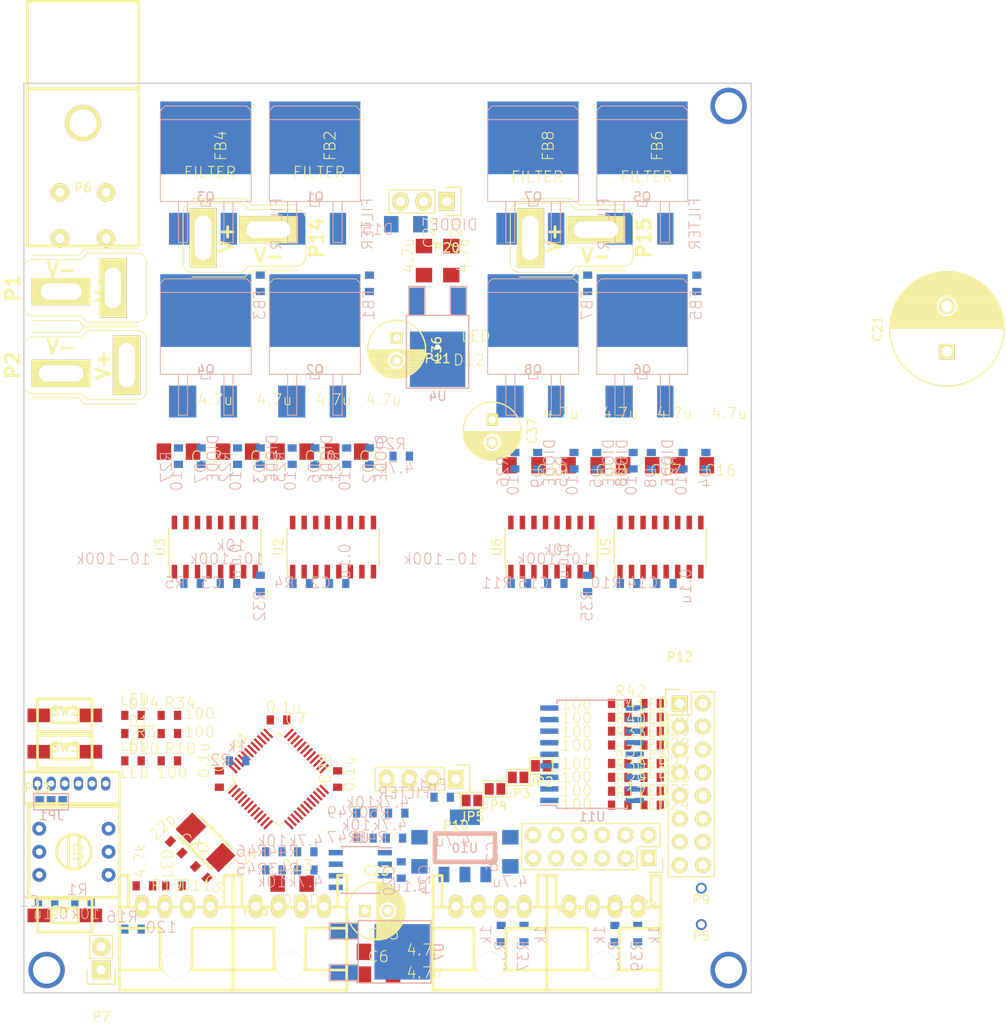
<source format=kicad_pcb>
(kicad_pcb (version 4) (host pcbnew 4.0.5)
  (layers (0 F.Cu signal) (31 B.Cu signal) (34 B.Paste user) (35 F.Paste user) (36 B.SilkS user) (37 F.SilkS user) (38 B.Mask user) (39 F.Mask user) (44 Edge.Cuts user))
  (net 0 "")
  (net 1 GND)
  (net 2 /NRST)
  (net 3 /OSC_IN)
  (net 4 /OSC_OUT)
  (net 5 +3.3V)
  (net 6 "Net-(C9-Pad1)")
  (net 7 +12V)
  (net 8 GNDPWR)
  (net 9 "Net-(C11-Pad1)")
  (net 10 /OUT_AN)
  (net 11 "Net-(C16-Pad1)")
  (net 12 "Net-(C18-Pad1)")
  (net 13 /OUT_BN)
  (net 14 +BATT)
  (net 15 "Net-(D1-Pad2)")
  (net 16 /ENC_Ab)
  (net 17 /ENC_Aa)
  (net 18 /ENC_Bb)
  (net 19 /ENC_Ba)
  (net 20 /CANL)
  (net 21 "Net-(P7-Pad2)")
  (net 22 /CANH)
  (net 23 /USART_RX)
  (net 24 /USART_TX)
  (net 25 /SWDIO)
  (net 26 /SWCLK)
  (net 27 /OUT_A)
  (net 28 /OUT_B)
  (net 29 /BOOT0)
  (net 30 "Net-(R4-Pad1)")
  (net 31 "Net-(R5-Pad1)")
  (net 32 "Net-(R10-Pad1)")
  (net 33 "Net-(R11-Pad1)")
  (net 34 /CAN_RX)
  (net 35 /PWM_A)
  (net 36 /PWM_AN)
  (net 37 /PWM_B)
  (net 38 /PWM_BN)
  (net 39 /CAN_TX)
  (net 40 /GD_12V)
  (net 41 "Net-(FB1-Pad2)")
  (net 42 "Net-(FB2-Pad2)")
  (net 43 "Net-(FB3-Pad2)")
  (net 44 "Net-(FB4-Pad2)")
  (net 45 "Net-(FB5-Pad2)")
  (net 46 "Net-(FB6-Pad2)")
  (net 47 "Net-(FB7-Pad2)")
  (net 48 "Net-(FB8-Pad2)")
  (net 49 "Net-(C10-Pad1)")
  (net 50 "Net-(C12-Pad1)")
  (net 51 "Net-(C17-Pad1)")
  (net 52 "Net-(C19-Pad1)")
  (net 53 "Net-(D10-Pad2)")
  (net 54 "Net-(D11-Pad2)")
  (net 55 "Net-(D12-Pad2)")
  (net 56 "Net-(D2-Pad1)")
  (net 57 "Net-(D3-Pad1)")
  (net 58 "Net-(D4-Pad1)")
  (net 59 "Net-(D5-Pad1)")
  (net 60 "Net-(D6-Pad1)")
  (net 61 "Net-(D7-Pad1)")
  (net 62 "Net-(D8-Pad1)")
  (net 63 "Net-(D9-Pad1)")
  (net 64 /SEL_1)
  (net 65 /SEL_2)
  (net 66 /SEL_4)
  (net 67 "Net-(JP1-Pad2)")
  (net 68 "Net-(C23-Pad1)")
  (net 69 "Net-(D14-Pad2)")
  (net 70 "Net-(C27-Pad1)")
  (net 71 +5V)
  (net 72 /EXIO_0)
  (net 73 /EXIO_1)
  (net 74 /LED_B)
  (net 75 /LED_A)
  (net 76 /SW1)
  (net 77 /SW2)
  (net 78 /SEL_8)
  (net 79 "Net-(FB11-Pad2)")
  (net 80 /MOTORA_EN)
  (net 81 /MOTORB_EN)
  (net 82 /VALVE_0)
  (net 83 /VALVE_1)
  (net 84 /VALVE_2)
  (net 85 /VALVE_3)
  (net 86 /V_RX)
  (net 87 /OUT_0)
  (net 88 "Net-(D24-Pad2)")
  (net 89 /OUT_1)
  (net 90 "Net-(D25-Pad2)")
  (net 91 /OUT_2)
  (net 92 "Net-(D26-Pad2)")
  (net 93 /OUT_3)
  (net 94 "Net-(D27-Pad2)")
  (net 95 /SPI_MOSI)
  (net 96 /SPI_MISO)
  (net 97 /SPI_SCK)
  (net 98 /SPI_NSS)
  (net 99 /OUT_4)
  (net 100 "Net-(D28-Pad2)")
  (net 101 /OUT_5)
  (net 102 "Net-(D29-Pad2)")
  (net 103 /OUT_6)
  (net 104 "Net-(D30-Pad2)")
  (net 105 /OUT_7)
  (net 106 "Net-(D31-Pad2)")
  (net 107 /VALVE_4)
  (net 108 /VALVE_5)
  (net 109 /VALVE_6)
  (net 110 /VALVE_7)
  (net 111 "Net-(R43-Pad1)")
  (net 112 "Net-(R44-Pad1)")
  (net 113 "Net-(R47-Pad2)")
  (net 114 "Net-(R49-Pad2)")
  (net 115 "Net-(FB1-Pad1)")
  (net 116 "Net-(FB2-Pad1)")
  (net 117 "Net-(FB3-Pad1)")
  (net 118 "Net-(FB4-Pad1)")
  (net 119 "Net-(FB5-Pad1)")
  (net 120 "Net-(FB6-Pad1)")
  (net 121 "Net-(FB7-Pad1)")
  (net 122 "Net-(FB8-Pad1)")
  (module TO_SOT_Packages_SMD:D2-PAK_compact (layer B.Cu) (at 32 13 180)
    (fp_text reference Q1 (at 0 0.5 180) (layer B.SilkS) (effects (justify mirror)))
    (fp_text value MOSFET_N)
    (pad G smd rect (at -2.54 -3 180) (size 1.8 3.5) (layers B.Cu B.Paste B.Mask) (net 41 "Net-(FB1-Pad2)"))
    (pad S smd rect (at 2.54 -3 180) (size 3 3.5) (layers B.Cu B.Paste B.Mask) (net 27 /OUT_A))
    (pad D smd rect (at 0 7 180) (size 10 8) (layers B.Cu B.Paste B.Mask) (net 14 +BATT))
  )
  (module RP_KiCAD_Connector:DEANS_T_F (layer F.Cu) (at 24 17 90)
    (fp_text reference P14 (at 0 8.2 90) (layer F.SilkS) (effects (font (thickness 0.3048))))
    (fp_text value CONN_01X02 hide)
    (fp_text user V- (at -2 2.9 180) (layer F.SilkS) (effects (font (thickness 0.3048))))
    (fp_text user V+ (at 0 -1.7 270) (layer F.SilkS) (effects (font (thickness 0.3048))))
    (pad 1 thru_hole rect (at 0 -4.3 90) (size 6.5 3) (drill oval 4.9 1.8) (layers *.Cu *.Mask F.SilkS) (net 10 /OUT_AN))
    (pad 2 thru_hole rect (at 0.9 2.9 90) (size 3 6.4516) (drill oval 1.8 4.9) (layers *.Cu *.Mask F.SilkS) (net 27 /OUT_A))
  )
  (module Capacitors_ThroughHole:C_Radial_D12.5_L25_P5 (layer F.Cu) (at 101.5 29.5 90)
    (fp_text reference C21 (at 2.5 -7.6 90) (layer F.SilkS))
    (fp_text value 470u)
    (pad 2 thru_hole circle (at 5 0 90) (size 1.7 1.7) (drill 1.2) (layers *.Cu *.Mask F.SilkS) (net 8 GNDPWR))
    (pad 1 thru_hole rect (at 0 0 90) (size 1.7 1.7) (drill 1.2) (layers *.Cu *.Mask F.SilkS) (net 14 +BATT))
  )
  (module Housings_SOIC:SOIC-8_3.9x4.9mm_Pitch1.27mm (layer B.Cu) (at 37 86.5 180)
    (fp_text reference U8 (at 0 3.5 180) (layer B.SilkS) (effects (justify mirror)))
    (fp_text value MAX3051)
    (pad 1 smd rect (at -2.7 1.905 180) (size 1.55 0.6) (layers B.Cu B.Paste B.Mask) (net 39 /CAN_TX))
    (pad 2 smd rect (at -2.7 0.635 180) (size 1.55 0.6) (layers B.Cu B.Paste B.Mask) (net 1 GND))
    (pad 3 smd rect (at -2.7 -0.635 180) (size 1.55 0.6) (layers B.Cu B.Paste B.Mask) (net 5 +3.3V))
    (pad 4 smd rect (at -2.7 -1.905 180) (size 1.55 0.6) (layers B.Cu B.Paste B.Mask) (net 34 /CAN_RX))
    (pad 5 smd rect (at 2.7 -1.905 180) (size 1.55 0.6) (layers B.Cu B.Paste B.Mask) (net 1 GND))
    (pad 6 smd rect (at 2.7 -0.635 180) (size 1.55 0.6) (layers B.Cu B.Paste B.Mask) (net 20 /CANL))
    (pad 7 smd rect (at 2.7 0.635 180) (size 1.55 0.6) (layers B.Cu B.Paste B.Mask) (net 22 /CANH))
    (pad 8 smd rect (at 2.7 1.905 180) (size 1.55 0.6) (layers B.Cu B.Paste B.Mask) (net 1 GND))
  )
  (module Housings_SOIC:SOIC-16_3.9x9.9mm_Pitch1.27mm (layer F.Cu) (at 34 51 90)
    (fp_text reference U2 (at 0 -6 90) (layer F.SilkS))
    (fp_text value SI8234)
    (pad 1 smd rect (at -2.7 -4.445 90) (size 1.5 0.6) (layers F.Cu F.Paste F.Mask) (net 35 /PWM_A))
    (pad 2 smd rect (at -2.7 -3.175 90) (size 1.5 0.6) (layers F.Cu F.Paste F.Mask))
    (pad 3 smd rect (at -2.7 -1.905 90) (size 1.5 0.6) (layers F.Cu F.Paste F.Mask) (net 5 +3.3V))
    (pad 4 smd rect (at -2.7 -0.635 90) (size 1.5 0.6) (layers F.Cu F.Paste F.Mask) (net 1 GND))
    (pad 5 smd rect (at -2.7 0.635 90) (size 1.5 0.6) (layers F.Cu F.Paste F.Mask) (net 80 /MOTORA_EN))
    (pad 6 smd rect (at -2.7 1.905 90) (size 1.5 0.6) (layers F.Cu F.Paste F.Mask) (net 30 "Net-(R4-Pad1)"))
    (pad 7 smd rect (at -2.7 3.175 90) (size 1.5 0.6) (layers F.Cu F.Paste F.Mask))
    (pad 8 smd rect (at -2.7 4.445 90) (size 1.5 0.6) (layers F.Cu F.Paste F.Mask) (net 5 +3.3V))
    (pad 9 smd rect (at 2.7 4.445 90) (size 1.5 0.6) (layers F.Cu F.Paste F.Mask) (net 8 GNDPWR))
    (pad 10 smd rect (at 2.7 3.175 90) (size 1.5 0.6) (layers F.Cu F.Paste F.Mask) (net 116 "Net-(FB2-Pad1)"))
    (pad 11 smd rect (at 2.7 1.905 90) (size 1.5 0.6) (layers F.Cu F.Paste F.Mask) (net 49 "Net-(C10-Pad1)"))
    (pad 12 smd rect (at 2.7 0.635 90) (size 1.5 0.6) (layers F.Cu F.Paste F.Mask))
    (pad 13 smd rect (at 2.7 -0.635 90) (size 1.5 0.6) (layers F.Cu F.Paste F.Mask))
    (pad 14 smd rect (at 2.7 -1.905 90) (size 1.5 0.6) (layers F.Cu F.Paste F.Mask) (net 27 /OUT_A))
    (pad 15 smd rect (at 2.7 -3.175 90) (size 1.5 0.6) (layers F.Cu F.Paste F.Mask) (net 115 "Net-(FB1-Pad1)"))
    (pad 16 smd rect (at 2.7 -4.445 90) (size 1.5 0.6) (layers F.Cu F.Paste F.Mask) (net 6 "Net-(C9-Pad1)"))
  )
  (module RP_KiCAD_Libs:C1608_WP (layer B.Cu) (at 18.5 55)
    (fp_text reference R5 (at -0.635 0.635) (layer B.SilkS) (effects (font (size 1.2065 1.2065) (thickness 0.1016)) (justify left bottom mirror)))
    (fp_text value 10-100k (at -4.5 -2) (layer B.SilkS) (effects (font (size 1.2065 1.2065) (thickness 0.1016)) (justify left bottom mirror)))
    (pad 1 smd rect (at -0.9 0) (size 0.8 1) (layers B.Cu B.Paste B.Mask) (net 31 "Net-(R5-Pad1)"))
    (pad 2 smd rect (at 0.9 0) (size 0.8 1) (layers B.Cu B.Paste B.Mask) (net 1 GND))
  )
  (module TO_SOT_Packages_SMD:TO-252-2Lead_regu (layer B.Cu) (at 45.5 24)
    (fp_text reference U4 (at 0 10.414) (layer B.SilkS) (effects (justify mirror)))
    (fp_text value LM7812)
    (pad VI smd rect (at -2.286 0) (size 1.651 3.048) (layers B.Cu B.Paste B.Mask) (net 70 "Net-(C27-Pad1)"))
    (pad GND smd rect (at 0 6.35) (size 6.096 6.096) (layers B.Cu B.Paste B.Mask) (net 8 GNDPWR))
    (pad VO smd rect (at 2.286 0) (size 1.651 3.048) (layers B.Cu B.Paste B.Mask) (net 40 /GD_12V))
  )
  (module Housings_QFP:LQFP-48_7x7mm_Pitch0.5mm (layer F.Cu) (at 28 76.5 45)
    (fp_text reference U1 (at 0 -6 45) (layer F.SilkS))
    (fp_text value STM32F103_48)
    (pad 1 smd rect (at -4.35 -2.75 45) (size 1.3 0.25) (layers F.Cu F.Paste F.Mask) (net 5 +3.3V))
    (pad 2 smd rect (at -4.35 -2.25 45) (size 1.3 0.25) (layers F.Cu F.Paste F.Mask) (net 66 /SEL_4))
    (pad 3 smd rect (at -4.35 -1.75 45) (size 1.3 0.25) (layers F.Cu F.Paste F.Mask) (net 78 /SEL_8))
    (pad 4 smd rect (at -4.35 -1.25 45) (size 1.3 0.25) (layers F.Cu F.Paste F.Mask) (net 64 /SEL_1))
    (pad 5 smd rect (at -4.35 -0.75 45) (size 1.3 0.25) (layers F.Cu F.Paste F.Mask) (net 3 /OSC_IN))
    (pad 6 smd rect (at -4.35 -0.25 45) (size 1.3 0.25) (layers F.Cu F.Paste F.Mask) (net 4 /OSC_OUT))
    (pad 7 smd rect (at -4.35 0.25 45) (size 1.3 0.25) (layers F.Cu F.Paste F.Mask) (net 2 /NRST))
    (pad 8 smd rect (at -4.35 0.75 45) (size 1.3 0.25) (layers F.Cu F.Paste F.Mask) (net 1 GND))
    (pad 9 smd rect (at -4.35 1.25 45) (size 1.3 0.25) (layers F.Cu F.Paste F.Mask) (net 5 +3.3V))
    (pad 10 smd rect (at -4.35 1.75 45) (size 1.3 0.25) (layers F.Cu F.Paste F.Mask) (net 111 "Net-(R43-Pad1)"))
    (pad 11 smd rect (at -4.35 2.25 45) (size 1.3 0.25) (layers F.Cu F.Paste F.Mask) (net 112 "Net-(R44-Pad1)"))
    (pad 12 smd rect (at -4.35 2.75 45) (size 1.3 0.25) (layers F.Cu F.Paste F.Mask) (net 65 /SEL_2))
    (pad 13 smd rect (at -2.75 4.35 135) (size 1.3 0.25) (layers F.Cu F.Paste F.Mask) (net 82 /VALVE_0))
    (pad 14 smd rect (at -2.25 4.35 135) (size 1.3 0.25) (layers F.Cu F.Paste F.Mask) (net 83 /VALVE_1))
    (pad 15 smd rect (at -1.75 4.35 135) (size 1.3 0.25) (layers F.Cu F.Paste F.Mask) (net 84 /VALVE_2))
    (pad 16 smd rect (at -1.25 4.35 135) (size 1.3 0.25) (layers F.Cu F.Paste F.Mask) (net 113 "Net-(R47-Pad2)"))
    (pad 17 smd rect (at -0.75 4.35 135) (size 1.3 0.25) (layers F.Cu F.Paste F.Mask) (net 114 "Net-(R49-Pad2)"))
    (pad 18 smd rect (at -0.25 4.35 135) (size 1.3 0.25) (layers F.Cu F.Paste F.Mask) (net 72 /EXIO_0))
    (pad 19 smd rect (at 0.25 4.35 135) (size 1.3 0.25) (layers F.Cu F.Paste F.Mask) (net 73 /EXIO_1))
    (pad 20 smd rect (at 0.75 4.35 135) (size 1.3 0.25) (layers F.Cu F.Paste F.Mask) (net 85 /VALVE_3))
    (pad 21 smd rect (at 1.25 4.35 135) (size 1.3 0.25) (layers F.Cu F.Paste F.Mask) (net 24 /USART_TX))
    (pad 22 smd rect (at 1.75 4.35 135) (size 1.3 0.25) (layers F.Cu F.Paste F.Mask) (net 23 /USART_RX))
    (pad 23 smd rect (at 2.25 4.35 135) (size 1.3 0.25) (layers F.Cu F.Paste F.Mask) (net 1 GND))
    (pad 24 smd rect (at 2.75 4.35 135) (size 1.3 0.25) (layers F.Cu F.Paste F.Mask) (net 5 +3.3V))
    (pad 25 smd rect (at 4.35 2.75 45) (size 1.3 0.25) (layers F.Cu F.Paste F.Mask) (net 98 /SPI_NSS))
    (pad 26 smd rect (at 4.35 2.25 45) (size 1.3 0.25) (layers F.Cu F.Paste F.Mask) (net 97 /SPI_SCK))
    (pad 27 smd rect (at 4.35 1.75 45) (size 1.3 0.25) (layers F.Cu F.Paste F.Mask) (net 96 /SPI_MISO))
    (pad 28 smd rect (at 4.35 1.25 45) (size 1.3 0.25) (layers F.Cu F.Paste F.Mask) (net 95 /SPI_MOSI))
    (pad 29 smd rect (at 4.35 0.75 45) (size 1.3 0.25) (layers F.Cu F.Paste F.Mask) (net 81 /MOTORB_EN))
    (pad 30 smd rect (at 4.35 0.25 45) (size 1.3 0.25) (layers F.Cu F.Paste F.Mask) (net 80 /MOTORA_EN))
    (pad 31 smd rect (at 4.35 -0.25 45) (size 1.3 0.25) (layers F.Cu F.Paste F.Mask) (net 86 /V_RX))
    (pad 32 smd rect (at 4.35 -0.75 45) (size 1.3 0.25) (layers F.Cu F.Paste F.Mask) (net 34 /CAN_RX))
    (pad 33 smd rect (at 4.35 -1.25 45) (size 1.3 0.25) (layers F.Cu F.Paste F.Mask) (net 39 /CAN_TX))
    (pad 34 smd rect (at 4.35 -1.75 45) (size 1.3 0.25) (layers F.Cu F.Paste F.Mask) (net 25 /SWDIO))
    (pad 35 smd rect (at 4.35 -2.25 45) (size 1.3 0.25) (layers F.Cu F.Paste F.Mask) (net 1 GND))
    (pad 36 smd rect (at 4.35 -2.75 45) (size 1.3 0.25) (layers F.Cu F.Paste F.Mask) (net 5 +3.3V))
    (pad 37 smd rect (at 2.75 -4.35 135) (size 1.3 0.25) (layers F.Cu F.Paste F.Mask) (net 26 /SWCLK))
    (pad 38 smd rect (at 2.25 -4.35 135) (size 1.3 0.25) (layers F.Cu F.Paste F.Mask) (net 75 /LED_A))
    (pad 39 smd rect (at 1.75 -4.35 135) (size 1.3 0.25) (layers F.Cu F.Paste F.Mask) (net 74 /LED_B))
    (pad 40 smd rect (at 1.25 -4.35 135) (size 1.3 0.25) (layers F.Cu F.Paste F.Mask) (net 76 /SW1))
    (pad 41 smd rect (at 0.75 -4.35 135) (size 1.3 0.25) (layers F.Cu F.Paste F.Mask) (net 77 /SW2))
    (pad 42 smd rect (at 0.25 -4.35 135) (size 1.3 0.25) (layers F.Cu F.Paste F.Mask) (net 37 /PWM_B))
    (pad 43 smd rect (at -0.25 -4.35 135) (size 1.3 0.25) (layers F.Cu F.Paste F.Mask) (net 38 /PWM_BN))
    (pad 44 smd rect (at -0.75 -4.35 135) (size 1.3 0.25) (layers F.Cu F.Paste F.Mask) (net 29 /BOOT0))
    (pad 45 smd rect (at -1.25 -4.35 135) (size 1.3 0.25) (layers F.Cu F.Paste F.Mask) (net 35 /PWM_A))
    (pad 46 smd rect (at -1.75 -4.35 135) (size 1.3 0.25) (layers F.Cu F.Paste F.Mask) (net 36 /PWM_AN))
    (pad 47 smd rect (at -2.25 -4.35 135) (size 1.3 0.25) (layers F.Cu F.Paste F.Mask) (net 1 GND))
    (pad 48 smd rect (at -2.75 -4.35 135) (size 1.3 0.25) (layers F.Cu F.Paste F.Mask) (net 5 +3.3V))
  )
  (module Capacitors_ThroughHole:C_Radial_D6.3_L11.2_P2.5 (layer F.Cu) (at 37.5 91)
    (fp_text reference C23 (at 1.25 -4.4) (layer F.SilkS))
    (fp_text value 100u)
    (pad 2 thru_hole circle (at 2.5 0) (size 1.3 1.3) (drill 0.8) (layers *.Cu *.Mask F.SilkS) (net 1 GND))
    (pad 1 thru_hole rect (at 0 0) (size 1.3 1.3) (drill 0.8) (layers *.Cu *.Mask F.SilkS) (net 68 "Net-(C23-Pad1)"))
  )
  (module RP_KiCAD_Libs:C3216 (layer F.Cu) (at 35.5 40.5 180)
    (fp_text reference C9 (at -1.27 -1.27 180) (layer F.SilkS) (effects (font (size 1.2065 1.2065) (thickness 0.1016)) (justify left bottom)))
    (fp_text value 4.7u (at -2 5 360) (layer F.SilkS) (effects (font (size 1.2065 1.2065) (thickness 0.1016)) (justify left bottom)))
    (pad 1 smd rect (at -1.6 0 180) (size 1.6 1.8) (layers F.Cu F.Paste F.Mask) (net 6 "Net-(C9-Pad1)"))
    (pad 2 smd rect (at 1.6 0 180) (size 1.6 1.8) (layers F.Cu F.Paste F.Mask) (net 27 /OUT_A))
  )
  (module RP_KiCAD_Libs:C3216 (layer F.Cu) (at 29.5 40.5 180)
    (fp_text reference C10 (at -1.27 -1.27 180) (layer F.SilkS) (effects (font (size 1.2065 1.2065) (thickness 0.1016)) (justify left bottom)))
    (fp_text value 4.7u (at -2.5 5 360) (layer F.SilkS) (effects (font (size 1.2065 1.2065) (thickness 0.1016)) (justify left bottom)))
    (pad 1 smd rect (at -1.6 0 180) (size 1.6 1.8) (layers F.Cu F.Paste F.Mask) (net 49 "Net-(C10-Pad1)"))
    (pad 2 smd rect (at 1.6 0 180) (size 1.6 1.8) (layers F.Cu F.Paste F.Mask) (net 8 GNDPWR))
  )
  (module RP_KiCAD_Libs:C3216 (layer F.Cu) (at 23.5 40.5 180)
    (fp_text reference C11 (at -1.27 -1.27 180) (layer F.SilkS) (effects (font (size 1.2065 1.2065) (thickness 0.1016)) (justify left bottom)))
    (fp_text value 4.7u (at -2 5 360) (layer F.SilkS) (effects (font (size 1.2065 1.2065) (thickness 0.1016)) (justify left bottom)))
    (pad 1 smd rect (at -1.6 0 180) (size 1.6 1.8) (layers F.Cu F.Paste F.Mask) (net 9 "Net-(C11-Pad1)"))
    (pad 2 smd rect (at 1.6 0 180) (size 1.6 1.8) (layers F.Cu F.Paste F.Mask) (net 10 /OUT_AN))
  )
  (module RP_KiCAD_Libs:C3216 (layer F.Cu) (at 17 40.5 180)
    (fp_text reference C12 (at -1.27 -1.27 180) (layer F.SilkS) (effects (font (size 1.2065 1.2065) (thickness 0.1016)) (justify left bottom)))
    (fp_text value 4.7u (at -2 5 360) (layer F.SilkS) (effects (font (size 1.2065 1.2065) (thickness 0.1016)) (justify left bottom)))
    (pad 1 smd rect (at -1.6 0 180) (size 1.6 1.8) (layers F.Cu F.Paste F.Mask) (net 50 "Net-(C12-Pad1)"))
    (pad 2 smd rect (at 1.6 0 180) (size 1.6 1.8) (layers F.Cu F.Paste F.Mask) (net 8 GNDPWR))
  )
  (module RP_KiCAD_Libs:C3216 (layer F.Cu) (at 73.5 42 180)
    (fp_text reference C16 (at -1.27 -1.27 180) (layer F.SilkS) (effects (font (size 1.2065 1.2065) (thickness 0.1016)) (justify left bottom)))
    (fp_text value 4.7u (at -2 5 360) (layer F.SilkS) (effects (font (size 1.2065 1.2065) (thickness 0.1016)) (justify left bottom)))
    (pad 1 smd rect (at -1.6 0 180) (size 1.6 1.8) (layers F.Cu F.Paste F.Mask) (net 11 "Net-(C16-Pad1)"))
    (pad 2 smd rect (at 1.6 0 180) (size 1.6 1.8) (layers F.Cu F.Paste F.Mask) (net 28 /OUT_B))
  )
  (module RP_KiCAD_Libs:C3216 (layer F.Cu) (at 67.5 42 180)
    (fp_text reference C17 (at -1.27 -1.27 180) (layer F.SilkS) (effects (font (size 1.2065 1.2065) (thickness 0.1016)) (justify left bottom)))
    (fp_text value 4.7u (at -2 5 360) (layer F.SilkS) (effects (font (size 1.2065 1.2065) (thickness 0.1016)) (justify left bottom)))
    (pad 1 smd rect (at -1.6 0 180) (size 1.6 1.8) (layers F.Cu F.Paste F.Mask) (net 51 "Net-(C17-Pad1)"))
    (pad 2 smd rect (at 1.6 0 180) (size 1.6 1.8) (layers F.Cu F.Paste F.Mask) (net 8 GNDPWR))
  )
  (module RP_KiCAD_Libs:C3216 (layer F.Cu) (at 61.5 42 180)
    (fp_text reference C18 (at -1.27 -1.27 180) (layer F.SilkS) (effects (font (size 1.2065 1.2065) (thickness 0.1016)) (justify left bottom)))
    (fp_text value 4.7u (at -2 5 360) (layer F.SilkS) (effects (font (size 1.2065 1.2065) (thickness 0.1016)) (justify left bottom)))
    (pad 1 smd rect (at -1.6 0 180) (size 1.6 1.8) (layers F.Cu F.Paste F.Mask) (net 12 "Net-(C18-Pad1)"))
    (pad 2 smd rect (at 1.6 0 180) (size 1.6 1.8) (layers F.Cu F.Paste F.Mask) (net 13 /OUT_BN))
  )
  (module RP_KiCAD_Libs:C3216 (layer F.Cu) (at 55 42 180)
    (fp_text reference C19 (at -1.27 -1.27 180) (layer F.SilkS) (effects (font (size 1.2065 1.2065) (thickness 0.1016)) (justify left bottom)))
    (fp_text value 4.7u (at -2 5 360) (layer F.SilkS) (effects (font (size 1.2065 1.2065) (thickness 0.1016)) (justify left bottom)))
    (pad 1 smd rect (at -1.6 0 180) (size 1.6 1.8) (layers F.Cu F.Paste F.Mask) (net 52 "Net-(C19-Pad1)"))
    (pad 2 smd rect (at 1.6 0 180) (size 1.6 1.8) (layers F.Cu F.Paste F.Mask) (net 8 GNDPWR))
  )
  (module Pin_Headers:Pin_Header_Straight_1x02 (layer F.Cu) (at 8.5 97.5 180)
    (fp_text reference P7 (at 0 -5.1 180) (layer F.SilkS))
    (fp_text value CONN_01X02)
    (pad 1 thru_hole rect (at 0 0 180) (size 2.032 2.032) (drill 1.016) (layers *.Cu *.Mask F.SilkS) (net 20 /CANL))
    (pad 2 thru_hole oval (at 0 2.54 180) (size 2.032 2.032) (drill 1.016) (layers *.Cu *.Mask F.SilkS) (net 21 "Net-(P7-Pad2)"))
  )
  (module Housings_SOIC:SOIC-16_3.9x9.9mm_Pitch1.27mm (layer F.Cu) (at 21 51 90)
    (fp_text reference U3 (at 0 -6 90) (layer F.SilkS))
    (fp_text value SI8234)
    (pad 1 smd rect (at -2.7 -4.445 90) (size 1.5 0.6) (layers F.Cu F.Paste F.Mask) (net 36 /PWM_AN))
    (pad 2 smd rect (at -2.7 -3.175 90) (size 1.5 0.6) (layers F.Cu F.Paste F.Mask))
    (pad 3 smd rect (at -2.7 -1.905 90) (size 1.5 0.6) (layers F.Cu F.Paste F.Mask) (net 5 +3.3V))
    (pad 4 smd rect (at -2.7 -0.635 90) (size 1.5 0.6) (layers F.Cu F.Paste F.Mask) (net 1 GND))
    (pad 5 smd rect (at -2.7 0.635 90) (size 1.5 0.6) (layers F.Cu F.Paste F.Mask) (net 80 /MOTORA_EN))
    (pad 6 smd rect (at -2.7 1.905 90) (size 1.5 0.6) (layers F.Cu F.Paste F.Mask) (net 31 "Net-(R5-Pad1)"))
    (pad 7 smd rect (at -2.7 3.175 90) (size 1.5 0.6) (layers F.Cu F.Paste F.Mask))
    (pad 8 smd rect (at -2.7 4.445 90) (size 1.5 0.6) (layers F.Cu F.Paste F.Mask) (net 5 +3.3V))
    (pad 9 smd rect (at 2.7 4.445 90) (size 1.5 0.6) (layers F.Cu F.Paste F.Mask) (net 8 GNDPWR))
    (pad 10 smd rect (at 2.7 3.175 90) (size 1.5 0.6) (layers F.Cu F.Paste F.Mask) (net 118 "Net-(FB4-Pad1)"))
    (pad 11 smd rect (at 2.7 1.905 90) (size 1.5 0.6) (layers F.Cu F.Paste F.Mask) (net 50 "Net-(C12-Pad1)"))
    (pad 12 smd rect (at 2.7 0.635 90) (size 1.5 0.6) (layers F.Cu F.Paste F.Mask))
    (pad 13 smd rect (at 2.7 -0.635 90) (size 1.5 0.6) (layers F.Cu F.Paste F.Mask))
    (pad 14 smd rect (at 2.7 -1.905 90) (size 1.5 0.6) (layers F.Cu F.Paste F.Mask) (net 10 /OUT_AN))
    (pad 15 smd rect (at 2.7 -3.175 90) (size 1.5 0.6) (layers F.Cu F.Paste F.Mask) (net 117 "Net-(FB3-Pad1)"))
    (pad 16 smd rect (at 2.7 -4.445 90) (size 1.5 0.6) (layers F.Cu F.Paste F.Mask) (net 9 "Net-(C11-Pad1)"))
  )
  (module Housings_SOIC:SOIC-16_3.9x9.9mm_Pitch1.27mm (layer F.Cu) (at 70 51 90)
    (fp_text reference U5 (at 0 -6 90) (layer F.SilkS))
    (fp_text value SI8234)
    (pad 1 smd rect (at -2.7 -4.445 90) (size 1.5 0.6) (layers F.Cu F.Paste F.Mask) (net 37 /PWM_B))
    (pad 2 smd rect (at -2.7 -3.175 90) (size 1.5 0.6) (layers F.Cu F.Paste F.Mask))
    (pad 3 smd rect (at -2.7 -1.905 90) (size 1.5 0.6) (layers F.Cu F.Paste F.Mask) (net 5 +3.3V))
    (pad 4 smd rect (at -2.7 -0.635 90) (size 1.5 0.6) (layers F.Cu F.Paste F.Mask) (net 1 GND))
    (pad 5 smd rect (at -2.7 0.635 90) (size 1.5 0.6) (layers F.Cu F.Paste F.Mask) (net 81 /MOTORB_EN))
    (pad 6 smd rect (at -2.7 1.905 90) (size 1.5 0.6) (layers F.Cu F.Paste F.Mask) (net 32 "Net-(R10-Pad1)"))
    (pad 7 smd rect (at -2.7 3.175 90) (size 1.5 0.6) (layers F.Cu F.Paste F.Mask))
    (pad 8 smd rect (at -2.7 4.445 90) (size 1.5 0.6) (layers F.Cu F.Paste F.Mask) (net 5 +3.3V))
    (pad 9 smd rect (at 2.7 4.445 90) (size 1.5 0.6) (layers F.Cu F.Paste F.Mask) (net 8 GNDPWR))
    (pad 10 smd rect (at 2.7 3.175 90) (size 1.5 0.6) (layers F.Cu F.Paste F.Mask) (net 120 "Net-(FB6-Pad1)"))
    (pad 11 smd rect (at 2.7 1.905 90) (size 1.5 0.6) (layers F.Cu F.Paste F.Mask) (net 51 "Net-(C17-Pad1)"))
    (pad 12 smd rect (at 2.7 0.635 90) (size 1.5 0.6) (layers F.Cu F.Paste F.Mask))
    (pad 13 smd rect (at 2.7 -0.635 90) (size 1.5 0.6) (layers F.Cu F.Paste F.Mask))
    (pad 14 smd rect (at 2.7 -1.905 90) (size 1.5 0.6) (layers F.Cu F.Paste F.Mask) (net 28 /OUT_B))
    (pad 15 smd rect (at 2.7 -3.175 90) (size 1.5 0.6) (layers F.Cu F.Paste F.Mask) (net 119 "Net-(FB5-Pad1)"))
    (pad 16 smd rect (at 2.7 -4.445 90) (size 1.5 0.6) (layers F.Cu F.Paste F.Mask) (net 11 "Net-(C16-Pad1)"))
  )
  (module Housings_SOIC:SOIC-16_3.9x9.9mm_Pitch1.27mm (layer F.Cu) (at 58 51 90)
    (fp_text reference U6 (at 0 -6 90) (layer F.SilkS))
    (fp_text value SI8234)
    (pad 1 smd rect (at -2.7 -4.445 90) (size 1.5 0.6) (layers F.Cu F.Paste F.Mask) (net 38 /PWM_BN))
    (pad 2 smd rect (at -2.7 -3.175 90) (size 1.5 0.6) (layers F.Cu F.Paste F.Mask))
    (pad 3 smd rect (at -2.7 -1.905 90) (size 1.5 0.6) (layers F.Cu F.Paste F.Mask) (net 5 +3.3V))
    (pad 4 smd rect (at -2.7 -0.635 90) (size 1.5 0.6) (layers F.Cu F.Paste F.Mask) (net 1 GND))
    (pad 5 smd rect (at -2.7 0.635 90) (size 1.5 0.6) (layers F.Cu F.Paste F.Mask) (net 81 /MOTORB_EN))
    (pad 6 smd rect (at -2.7 1.905 90) (size 1.5 0.6) (layers F.Cu F.Paste F.Mask) (net 33 "Net-(R11-Pad1)"))
    (pad 7 smd rect (at -2.7 3.175 90) (size 1.5 0.6) (layers F.Cu F.Paste F.Mask))
    (pad 8 smd rect (at -2.7 4.445 90) (size 1.5 0.6) (layers F.Cu F.Paste F.Mask) (net 5 +3.3V))
    (pad 9 smd rect (at 2.7 4.445 90) (size 1.5 0.6) (layers F.Cu F.Paste F.Mask) (net 8 GNDPWR))
    (pad 10 smd rect (at 2.7 3.175 90) (size 1.5 0.6) (layers F.Cu F.Paste F.Mask) (net 122 "Net-(FB8-Pad1)"))
    (pad 11 smd rect (at 2.7 1.905 90) (size 1.5 0.6) (layers F.Cu F.Paste F.Mask) (net 52 "Net-(C19-Pad1)"))
    (pad 12 smd rect (at 2.7 0.635 90) (size 1.5 0.6) (layers F.Cu F.Paste F.Mask))
    (pad 13 smd rect (at 2.7 -0.635 90) (size 1.5 0.6) (layers F.Cu F.Paste F.Mask))
    (pad 14 smd rect (at 2.7 -1.905 90) (size 1.5 0.6) (layers F.Cu F.Paste F.Mask) (net 13 /OUT_BN))
    (pad 15 smd rect (at 2.7 -3.175 90) (size 1.5 0.6) (layers F.Cu F.Paste F.Mask) (net 121 "Net-(FB7-Pad1)"))
    (pad 16 smd rect (at 2.7 -4.445 90) (size 1.5 0.6) (layers F.Cu F.Paste F.Mask) (net 12 "Net-(C18-Pad1)"))
  )
  (module RP_KiCAD_Libs:C3216 (layer F.Cu) (at 44 19.5 270)
    (fp_text reference C27 (at -1.27 -1.27 270) (layer F.SilkS) (effects (font (size 1.2065 1.2065) (thickness 0.1016)) (justify left bottom)))
    (fp_text value 4.7u (at 1.5 1 450) (layer F.SilkS) (effects (font (size 1.2065 1.2065) (thickness 0.1016)) (justify left bottom)))
    (pad 1 smd rect (at -1.6 0 270) (size 1.6 1.8) (layers F.Cu F.Paste F.Mask) (net 70 "Net-(C27-Pad1)"))
    (pad 2 smd rect (at 1.6 0 270) (size 1.6 1.8) (layers F.Cu F.Paste F.Mask) (net 8 GNDPWR))
  )
  (module RP_KiCAD_Libs:C3216 (layer F.Cu) (at 47 19.5 270)
    (fp_text reference C28 (at -1.27 -1.27 270) (layer F.SilkS) (effects (font (size 1.2065 1.2065) (thickness 0.1016)) (justify left bottom)))
    (fp_text value 4.7u (at 1.5 -2 450) (layer F.SilkS) (effects (font (size 1.2065 1.2065) (thickness 0.1016)) (justify left bottom)))
    (pad 1 smd rect (at -1.6 0 270) (size 1.6 1.8) (layers F.Cu F.Paste F.Mask) (net 40 /GD_12V))
    (pad 2 smd rect (at 1.6 0 270) (size 1.6 1.8) (layers F.Cu F.Paste F.Mask) (net 8 GNDPWR))
  )
  (module RP_KiCAD_Libs:C1608_WP (layer B.Cu) (at 2.5 90)
    (fp_text reference C1 (at -0.635 0.635) (layer B.SilkS) (effects (font (size 1.2065 1.2065) (thickness 0.1016)) (justify left bottom mirror)))
    (fp_text value 0.1u (at 2.5 2 180) (layer B.SilkS) (effects (font (size 1.2065 1.2065) (thickness 0.1016)) (justify left bottom mirror)))
    (pad 1 smd rect (at -0.9 0) (size 0.8 1) (layers B.Cu B.Paste B.Mask) (net 1 GND))
    (pad 2 smd rect (at 0.9 0) (size 0.8 1) (layers B.Cu B.Paste B.Mask) (net 2 /NRST))
  )
  (module RP_KiCAD_Libs:C1608_WP (layer B.Cu) (at 34.5 55)
    (fp_text reference C2 (at -0.635 0.635) (layer B.SilkS) (effects (font (size 1.2065 1.2065) (thickness 0.1016)) (justify left bottom mirror)))
    (fp_text value 0.1u (at 1.5 -4.5 270) (layer B.SilkS) (effects (font (size 1.2065 1.2065) (thickness 0.1016)) (justify left bottom mirror)))
    (pad 1 smd rect (at -0.9 0) (size 0.8 1) (layers B.Cu B.Paste B.Mask) (net 1 GND))
    (pad 2 smd rect (at 0.9 0) (size 0.8 1) (layers B.Cu B.Paste B.Mask) (net 5 +3.3V))
  )
  (module RP_KiCAD_Libs:C1608_WP (layer F.Cu) (at 16.75 84 315)
    (fp_text reference C4 (at -0.635 -0.635 315) (layer F.SilkS) (effects (font (size 1.2065 1.2065) (thickness 0.1016)) (justify left bottom)))
    (fp_text value 22p (at -1.944544 1.237437 405) (layer F.SilkS) (effects (font (size 1.2065 1.2065) (thickness 0.1016)) (justify left bottom)))
    (pad 1 smd rect (at -0.9 0 315) (size 0.8 1) (layers F.Cu F.Paste F.Mask) (net 3 /OSC_IN))
    (pad 2 smd rect (at 0.9 0 315) (size 0.8 1) (layers F.Cu F.Paste F.Mask) (net 1 GND))
  )
  (module RP_KiCAD_Libs:C1608_WP (layer F.Cu) (at 19.5 86.75 135)
    (fp_text reference C5 (at -0.635 -0.635 135) (layer F.SilkS) (effects (font (size 1.2065 1.2065) (thickness 0.1016)) (justify left bottom)))
    (fp_text value 22p (at -3.005204 2.65165 225) (layer F.SilkS) (effects (font (size 1.2065 1.2065) (thickness 0.1016)) (justify left bottom)))
    (pad 1 smd rect (at -0.9 0 135) (size 0.8 1) (layers F.Cu F.Paste F.Mask) (net 4 /OSC_OUT))
    (pad 2 smd rect (at 0.9 0 135) (size 0.8 1) (layers F.Cu F.Paste F.Mask) (net 1 GND))
  )
  (module RP_KiCAD_Libs:C1608_WP (layer F.Cu) (at 28 70 180)
    (fp_text reference C7 (at -0.635 -0.635 180) (layer F.SilkS) (effects (font (size 1.2065 1.2065) (thickness 0.1016)) (justify left bottom)))
    (fp_text value 0.1u (at 1.5 0.7 180) (layer F.SilkS) (effects (font (size 1.2065 1.2065) (thickness 0.1016)) (justify left bottom)))
    (pad 1 smd rect (at -0.9 0 180) (size 0.8 1) (layers F.Cu F.Paste F.Mask) (net 1 GND))
    (pad 2 smd rect (at 0.9 0 180) (size 0.8 1) (layers F.Cu F.Paste F.Mask) (net 5 +3.3V))
  )
  (module RP_KiCAD_Libs:C1608_WP (layer F.Cu) (at 21.5 76.5 270)
    (fp_text reference C8 (at -0.635 -0.635 270) (layer F.SilkS) (effects (font (size 1.2065 1.2065) (thickness 0.1016)) (justify left bottom)))
    (fp_text value 0.1u (at 0 1 270) (layer F.SilkS) (effects (font (size 1.2065 1.2065) (thickness 0.1016)) (justify left bottom)))
    (pad 1 smd rect (at -0.9 0 270) (size 0.8 1) (layers F.Cu F.Paste F.Mask) (net 1 GND))
    (pad 2 smd rect (at 0.9 0 270) (size 0.8 1) (layers F.Cu F.Paste F.Mask) (net 5 +3.3V))
  )
  (module RP_KiCAD_Libs:C1608_WP (layer B.Cu) (at 70.5 55)
    (fp_text reference C14 (at -0.635 0.635) (layer B.SilkS) (effects (font (size 1.2065 1.2065) (thickness 0.1016)) (justify left bottom mirror)))
    (fp_text value 0.1u (at 3 -1.75 90) (layer B.SilkS) (effects (font (size 1.2065 1.2065) (thickness 0.1016)) (justify left bottom mirror)))
    (pad 1 smd rect (at -0.9 0) (size 0.8 1) (layers B.Cu B.Paste B.Mask) (net 1 GND))
    (pad 2 smd rect (at 0.9 0) (size 0.8 1) (layers B.Cu B.Paste B.Mask) (net 5 +3.3V))
  )
  (module RP_KiCAD_Libs:C1608_WP (layer B.Cu) (at 58.5 55)
    (fp_text reference C15 (at -0.635 0.635) (layer B.SilkS) (effects (font (size 1.2065 1.2065) (thickness 0.1016)) (justify left bottom mirror)))
    (fp_text value 0.1u (at 1.5 -4.5 270) (layer B.SilkS) (effects (font (size 1.2065 1.2065) (thickness 0.1016)) (justify left bottom mirror)))
    (pad 1 smd rect (at -0.9 0) (size 0.8 1) (layers B.Cu B.Paste B.Mask) (net 1 GND))
    (pad 2 smd rect (at 0.9 0) (size 0.8 1) (layers B.Cu B.Paste B.Mask) (net 5 +3.3V))
  )
  (module RP_KiCAD_Libs:C1608_WP (layer B.Cu) (at 6.5 90 180)
    (fp_text reference R1 (at -0.635 0.635 180) (layer B.SilkS) (effects (font (size 1.2065 1.2065) (thickness 0.1016)) (justify left bottom mirror)))
    (fp_text value 10k (at -2 -2 180) (layer B.SilkS) (effects (font (size 1.2065 1.2065) (thickness 0.1016)) (justify left bottom mirror)))
    (pad 1 smd rect (at -0.9 0 180) (size 0.8 1) (layers B.Cu B.Paste B.Mask) (net 5 +3.3V))
    (pad 2 smd rect (at 0.9 0 180) (size 0.8 1) (layers B.Cu B.Paste B.Mask) (net 2 /NRST))
  )
  (module RP_KiCAD_Libs:C1608_WP (layer B.Cu) (at 23.5 74.5)
    (fp_text reference R2 (at -0.635 0.635) (layer B.SilkS) (effects (font (size 1.2065 1.2065) (thickness 0.1016)) (justify left bottom mirror)))
    (fp_text value 1k (at 1.1 -0.9) (layer B.SilkS) (effects (font (size 1.2065 1.2065) (thickness 0.1016)) (justify left bottom mirror)))
    (pad 1 smd rect (at -0.9 0) (size 0.8 1) (layers B.Cu B.Paste B.Mask) (net 1 GND))
    (pad 2 smd rect (at 0.9 0) (size 0.8 1) (layers B.Cu B.Paste B.Mask) (net 29 /BOOT0))
  )
  (module RP_KiCAD_Libs:C1608_WP (layer F.Cu) (at 16 71.5)
    (fp_text reference R3 (at -3.81 0.508) (layer F.SilkS) (effects (font (size 1.2065 1.2065) (thickness 0.1016)) (justify left bottom)))
    (fp_text value 100 (at 1.5 0.5) (layer F.SilkS) (effects (font (size 1.2065 1.2065) (thickness 0.1016)) (justify left bottom)))
    (pad 1 smd rect (at -0.9 0) (size 0.8 1) (layers F.Cu F.Paste F.Mask) (net 15 "Net-(D1-Pad2)"))
    (pad 2 smd rect (at 0.9 0) (size 0.8 1) (layers F.Cu F.Paste F.Mask) (net 1 GND))
  )
  (module RP_KiCAD_Libs:C1608_WP (layer B.Cu) (at 30.5 55)
    (fp_text reference R4 (at -0.635 0.635) (layer B.SilkS) (effects (font (size 1.2065 1.2065) (thickness 0.1016)) (justify left bottom mirror)))
    (fp_text value 10-100k (at -4 -2) (layer B.SilkS) (effects (font (size 1.2065 1.2065) (thickness 0.1016)) (justify left bottom mirror)))
    (pad 1 smd rect (at -0.9 0) (size 0.8 1) (layers B.Cu B.Paste B.Mask) (net 30 "Net-(R4-Pad1)"))
    (pad 2 smd rect (at 0.9 0) (size 0.8 1) (layers B.Cu B.Paste B.Mask) (net 1 GND))
  )
  (module RP_KiCAD_Libs:C1608_WP (layer B.Cu) (at 66.5 55)
    (fp_text reference R10 (at -0.635 0.635) (layer B.SilkS) (effects (font (size 1.2065 1.2065) (thickness 0.1016)) (justify left bottom mirror)))
    (fp_text value 10-100k (at -4 -2) (layer B.SilkS) (effects (font (size 1.2065 1.2065) (thickness 0.1016)) (justify left bottom mirror)))
    (pad 1 smd rect (at -0.9 0) (size 0.8 1) (layers B.Cu B.Paste B.Mask) (net 32 "Net-(R10-Pad1)"))
    (pad 2 smd rect (at 0.9 0) (size 0.8 1) (layers B.Cu B.Paste B.Mask) (net 1 GND))
  )
  (module RP_KiCAD_Libs:C1608_WP (layer B.Cu) (at 54.5 55)
    (fp_text reference R11 (at -0.635 0.635) (layer B.SilkS) (effects (font (size 1.2065 1.2065) (thickness 0.1016)) (justify left bottom mirror)))
    (fp_text value 10-100k (at -4.5 -2) (layer B.SilkS) (effects (font (size 1.2065 1.2065) (thickness 0.1016)) (justify left bottom mirror)))
    (pad 1 smd rect (at -0.9 0) (size 0.8 1) (layers B.Cu B.Paste B.Mask) (net 33 "Net-(R11-Pad1)"))
    (pad 2 smd rect (at 0.9 0) (size 0.8 1) (layers B.Cu B.Paste B.Mask) (net 1 GND))
  )
  (module RP_KiCAD_Libs:C1608_WP (layer B.Cu) (at 12 93 180)
    (fp_text reference R16 (at -0.635 0.635 180) (layer B.SilkS) (effects (font (size 1.2065 1.2065) (thickness 0.1016)) (justify left bottom mirror)))
    (fp_text value 120 (at -4.9 -0.5 360) (layer B.SilkS) (effects (font (size 1.2065 1.2065) (thickness 0.1016)) (justify left bottom mirror)))
    (pad 1 smd rect (at -0.9 0 180) (size 0.8 1) (layers B.Cu B.Paste B.Mask) (net 22 /CANH))
    (pad 2 smd rect (at 0.9 0 180) (size 0.8 1) (layers B.Cu B.Paste B.Mask) (net 21 "Net-(P7-Pad2)"))
  )
  (module RP_KiCAD_Libs:C1608_WP (layer F.Cu) (at 34.5 76.5 90)
    (fp_text reference C29 (at -0.635 -0.635 90) (layer F.SilkS) (effects (font (size 1.2065 1.2065) (thickness 0.1016)) (justify left bottom)))
    (fp_text value 0.1u (at -1.5 2 270) (layer F.SilkS) (effects (font (size 1.2065 1.2065) (thickness 0.1016)) (justify left bottom)))
    (pad 1 smd rect (at -0.9 0 90) (size 0.8 1) (layers F.Cu F.Paste F.Mask) (net 1 GND))
    (pad 2 smd rect (at 0.9 0 90) (size 0.8 1) (layers F.Cu F.Paste F.Mask) (net 5 +3.3V))
  )
  (module RP_KiCAD_Libs:C1608_WP (layer B.Cu) (at 38 22 90)
    (fp_text reference FB1 (at -0.635 0.635 90) (layer B.SilkS) (effects (font (size 1.2065 1.2065) (thickness 0.1016)) (justify left bottom mirror)))
    (fp_text value FILTER (at 9.5 0.5 90) (layer B.SilkS) (effects (font (size 1.2065 1.2065) (thickness 0.1016)) (justify left bottom mirror)))
    (pad 1 smd rect (at -0.9 0 90) (size 0.8 1) (layers B.Cu B.Paste B.Mask) (net 115 "Net-(FB1-Pad1)"))
    (pad 2 smd rect (at 0.9 0 90) (size 0.8 1) (layers B.Cu B.Paste B.Mask) (net 41 "Net-(FB1-Pad2)"))
  )
  (module RP_KiCAD_Libs:C1608_WP (layer F.Cu) (at 35 8 90)
    (fp_text reference FB2 (at -0.635 -0.635 90) (layer F.SilkS) (effects (font (size 1.2065 1.2065) (thickness 0.1016)) (justify left bottom)))
    (fp_text value FILTER (at -2.5 -5.5 180) (layer F.SilkS) (effects (font (size 1.2065 1.2065) (thickness 0.1016)) (justify left bottom)))
    (pad 1 smd rect (at -0.9 0 90) (size 0.8 1) (layers F.Cu F.Paste F.Mask) (net 116 "Net-(FB2-Pad1)"))
    (pad 2 smd rect (at 0.9 0 90) (size 0.8 1) (layers F.Cu F.Paste F.Mask) (net 42 "Net-(FB2-Pad2)"))
  )
  (module RP_KiCAD_Libs:C1608_WP (layer B.Cu) (at 26 22 90)
    (fp_text reference FB3 (at -0.635 0.635 90) (layer B.SilkS) (effects (font (size 1.2065 1.2065) (thickness 0.1016)) (justify left bottom mirror)))
    (fp_text value FILTER (at 9.5 2.5 90) (layer B.SilkS) (effects (font (size 1.2065 1.2065) (thickness 0.1016)) (justify left bottom mirror)))
    (pad 1 smd rect (at -0.9 0 90) (size 0.8 1) (layers B.Cu B.Paste B.Mask) (net 117 "Net-(FB3-Pad1)"))
    (pad 2 smd rect (at 0.9 0 90) (size 0.8 1) (layers B.Cu B.Paste B.Mask) (net 43 "Net-(FB3-Pad2)"))
  )
  (module RP_KiCAD_Libs:C1608_WP (layer F.Cu) (at 23 8 90)
    (fp_text reference FB4 (at -0.635 -0.635 90) (layer F.SilkS) (effects (font (size 1.2065 1.2065) (thickness 0.1016)) (justify left bottom)))
    (fp_text value FILTER (at -2.5 -5.5 180) (layer F.SilkS) (effects (font (size 1.2065 1.2065) (thickness 0.1016)) (justify left bottom)))
    (pad 1 smd rect (at -0.9 0 90) (size 0.8 1) (layers F.Cu F.Paste F.Mask) (net 118 "Net-(FB4-Pad1)"))
    (pad 2 smd rect (at 0.9 0 90) (size 0.8 1) (layers F.Cu F.Paste F.Mask) (net 44 "Net-(FB4-Pad2)"))
  )
  (module RP_KiCAD_Libs:C1608_WP (layer B.Cu) (at 74 22 90)
    (fp_text reference FB5 (at -0.635 0.635 90) (layer B.SilkS) (effects (font (size 1.2065 1.2065) (thickness 0.1016)) (justify left bottom mirror)))
    (fp_text value FILTER (at 9.5 0.5 270) (layer B.SilkS) (effects (font (size 1.2065 1.2065) (thickness 0.1016)) (justify left bottom mirror)))
    (pad 1 smd rect (at -0.9 0 90) (size 0.8 1) (layers B.Cu B.Paste B.Mask) (net 119 "Net-(FB5-Pad1)"))
    (pad 2 smd rect (at 0.9 0 90) (size 0.8 1) (layers B.Cu B.Paste B.Mask) (net 45 "Net-(FB5-Pad2)"))
  )
  (module RP_KiCAD_Libs:C1608_WP (layer F.Cu) (at 71 8 90)
    (fp_text reference FB6 (at -0.635 -0.635 90) (layer F.SilkS) (effects (font (size 1.2065 1.2065) (thickness 0.1016)) (justify left bottom)))
    (fp_text value FILTER (at -3 -5.5 180) (layer F.SilkS) (effects (font (size 1.2065 1.2065) (thickness 0.1016)) (justify left bottom)))
    (pad 1 smd rect (at -0.9 0 90) (size 0.8 1) (layers F.Cu F.Paste F.Mask) (net 120 "Net-(FB6-Pad1)"))
    (pad 2 smd rect (at 0.9 0 90) (size 0.8 1) (layers F.Cu F.Paste F.Mask) (net 46 "Net-(FB6-Pad2)"))
  )
  (module RP_KiCAD_Libs:C1608_WP (layer B.Cu) (at 62 22 90)
    (fp_text reference FB7 (at -0.635 0.635 90) (layer B.SilkS) (effects (font (size 1.2065 1.2065) (thickness 0.1016)) (justify left bottom mirror)))
    (fp_text value FILTER (at 9.5 2.5 270) (layer B.SilkS) (effects (font (size 1.2065 1.2065) (thickness 0.1016)) (justify left bottom mirror)))
    (pad 1 smd rect (at -0.9 0 90) (size 0.8 1) (layers B.Cu B.Paste B.Mask) (net 121 "Net-(FB7-Pad1)"))
    (pad 2 smd rect (at 0.9 0 90) (size 0.8 1) (layers B.Cu B.Paste B.Mask) (net 47 "Net-(FB7-Pad2)"))
  )
  (module RP_KiCAD_Libs:C1608_WP (layer F.Cu) (at 59 8 90)
    (fp_text reference FB8 (at -0.635 -0.635 90) (layer F.SilkS) (effects (font (size 1.2065 1.2065) (thickness 0.1016)) (justify left bottom)))
    (fp_text value FILTER (at -3 -5.5 180) (layer F.SilkS) (effects (font (size 1.2065 1.2065) (thickness 0.1016)) (justify left bottom)))
    (pad 1 smd rect (at -0.9 0 90) (size 0.8 1) (layers F.Cu F.Paste F.Mask) (net 122 "Net-(FB8-Pad1)"))
    (pad 2 smd rect (at 0.9 0 90) (size 0.8 1) (layers F.Cu F.Paste F.Mask) (net 48 "Net-(FB8-Pad2)"))
  )
  (module RP_KiCAD_Libs:C1608_WP (layer F.Cu) (at 16 74.5)
    (fp_text reference R18 (at -0.635 -0.635) (layer F.SilkS) (effects (font (size 1.2065 1.2065) (thickness 0.1016)) (justify left bottom)))
    (fp_text value 100 (at -1.5 2 180) (layer F.SilkS) (effects (font (size 1.2065 1.2065) (thickness 0.1016)) (justify left bottom)))
    (pad 1 smd rect (at -0.9 0) (size 0.8 1) (layers F.Cu F.Paste F.Mask) (net 53 "Net-(D10-Pad2)"))
    (pad 2 smd rect (at 0.9 0) (size 0.8 1) (layers F.Cu F.Paste F.Mask) (net 1 GND))
  )
  (module RP_KiCAD_Libs:C1608_WP (layer F.Cu) (at 13.25 88.25 180)
    (fp_text reference R19 (at -0.635 -0.635 180) (layer F.SilkS) (effects (font (size 1.2065 1.2065) (thickness 0.1016)) (justify left bottom)))
    (fp_text value 4.7k (at -0.25 0.75 450) (layer F.SilkS) (effects (font (size 1.2065 1.2065) (thickness 0.1016)) (justify left bottom)))
    (pad 1 smd rect (at -0.9 0 180) (size 0.8 1) (layers F.Cu F.Paste F.Mask) (net 54 "Net-(D11-Pad2)"))
    (pad 2 smd rect (at 0.9 0 180) (size 0.8 1) (layers F.Cu F.Paste F.Mask) (net 1 GND))
  )
  (module RP_KiCAD_Libs:C1608_WP (layer B.Cu) (at 41.5 41 180)
    (fp_text reference R20 (at -0.635 0.635 180) (layer B.SilkS) (effects (font (size 1.2065 1.2065) (thickness 0.1016)) (justify left bottom mirror)))
    (fp_text value 4.7k (at -1.5 -2 180) (layer B.SilkS) (effects (font (size 1.2065 1.2065) (thickness 0.1016)) (justify left bottom mirror)))
    (pad 1 smd rect (at -0.9 0 180) (size 0.8 1) (layers B.Cu B.Paste B.Mask) (net 55 "Net-(D12-Pad2)"))
    (pad 2 smd rect (at 0.9 0 180) (size 0.8 1) (layers B.Cu B.Paste B.Mask) (net 8 GNDPWR))
  )
  (module RP_KiCAD_Libs:C1608_WP (layer B.Cu) (at 35.5 41 270)
    (fp_text reference R21 (at -0.635 0.635 270) (layer B.SilkS) (effects (font (size 1.2065 1.2065) (thickness 0.1016)) (justify left bottom mirror)))
    (fp_text value 10 (at 1.5 -0.5 450) (layer B.SilkS) (effects (font (size 1.2065 1.2065) (thickness 0.1016)) (justify left bottom mirror)))
    (pad 1 smd rect (at -0.9 0 270) (size 0.8 1) (layers B.Cu B.Paste B.Mask) (net 40 /GD_12V))
    (pad 2 smd rect (at 0.9 0 270) (size 0.8 1) (layers B.Cu B.Paste B.Mask) (net 56 "Net-(D2-Pad1)"))
  )
  (module RP_KiCAD_Libs:C1608_WP (layer B.Cu) (at 23.5 41 270)
    (fp_text reference R22 (at -0.635 0.635 270) (layer B.SilkS) (effects (font (size 1.2065 1.2065) (thickness 0.1016)) (justify left bottom mirror)))
    (fp_text value 10 (at 1.5 -0.5 450) (layer B.SilkS) (effects (font (size 1.2065 1.2065) (thickness 0.1016)) (justify left bottom mirror)))
    (pad 1 smd rect (at -0.9 0 270) (size 0.8 1) (layers B.Cu B.Paste B.Mask) (net 40 /GD_12V))
    (pad 2 smd rect (at 0.9 0 270) (size 0.8 1) (layers B.Cu B.Paste B.Mask) (net 57 "Net-(D3-Pad1)"))
  )
  (module RP_KiCAD_Libs:C1608_WP (layer B.Cu) (at 29.5 41 270)
    (fp_text reference R23 (at -0.635 0.635 270) (layer B.SilkS) (effects (font (size 1.2065 1.2065) (thickness 0.1016)) (justify left bottom mirror)))
    (fp_text value 10 (at 1.5 -0.5 270) (layer B.SilkS) (effects (font (size 1.2065 1.2065) (thickness 0.1016)) (justify left bottom mirror)))
    (pad 1 smd rect (at -0.9 0 270) (size 0.8 1) (layers B.Cu B.Paste B.Mask) (net 40 /GD_12V))
    (pad 2 smd rect (at 0.9 0 270) (size 0.8 1) (layers B.Cu B.Paste B.Mask) (net 60 "Net-(D6-Pad1)"))
  )
  (module RP_KiCAD_Libs:C1608_WP (layer B.Cu) (at 72.5 41.5 270)
    (fp_text reference R24 (at -0.635 0.635 270) (layer B.SilkS) (effects (font (size 1.2065 1.2065) (thickness 0.1016)) (justify left bottom mirror)))
    (fp_text value 10 (at 1.5 -0.5 270) (layer B.SilkS) (effects (font (size 1.2065 1.2065) (thickness 0.1016)) (justify left bottom mirror)))
    (pad 1 smd rect (at -0.9 0 270) (size 0.8 1) (layers B.Cu B.Paste B.Mask) (net 40 /GD_12V))
    (pad 2 smd rect (at 0.9 0 270) (size 0.8 1) (layers B.Cu B.Paste B.Mask) (net 58 "Net-(D4-Pad1)"))
  )
  (module RP_KiCAD_Libs:C1608_WP (layer B.Cu) (at 60.5 41.5 270)
    (fp_text reference R25 (at -0.635 0.635 270) (layer B.SilkS) (effects (font (size 1.2065 1.2065) (thickness 0.1016)) (justify left bottom mirror)))
    (fp_text value 10 (at 1.5 -0.5 270) (layer B.SilkS) (effects (font (size 1.2065 1.2065) (thickness 0.1016)) (justify left bottom mirror)))
    (pad 1 smd rect (at -0.9 0 270) (size 0.8 1) (layers B.Cu B.Paste B.Mask) (net 40 /GD_12V))
    (pad 2 smd rect (at 0.9 0 270) (size 0.8 1) (layers B.Cu B.Paste B.Mask) (net 59 "Net-(D5-Pad1)"))
  )
  (module RP_KiCAD_Libs:C1608_WP (layer B.Cu) (at 54 41.5 270)
    (fp_text reference R26 (at -0.635 0.635 270) (layer B.SilkS) (effects (font (size 1.2065 1.2065) (thickness 0.1016)) (justify left bottom mirror)))
    (fp_text value 10 (at 1.5 -0.5 270) (layer B.SilkS) (effects (font (size 1.2065 1.2065) (thickness 0.1016)) (justify left bottom mirror)))
    (pad 1 smd rect (at -0.9 0 270) (size 0.8 1) (layers B.Cu B.Paste B.Mask) (net 40 /GD_12V))
    (pad 2 smd rect (at 0.9 0 270) (size 0.8 1) (layers B.Cu B.Paste B.Mask) (net 63 "Net-(D9-Pad1)"))
  )
  (module RP_KiCAD_Libs:C1608_WP (layer B.Cu) (at 17 41 270)
    (fp_text reference R27 (at -0.635 0.635 270) (layer B.SilkS) (effects (font (size 1.2065 1.2065) (thickness 0.1016)) (justify left bottom mirror)))
    (fp_text value 10 (at 1.5 -0.5 270) (layer B.SilkS) (effects (font (size 1.2065 1.2065) (thickness 0.1016)) (justify left bottom mirror)))
    (pad 1 smd rect (at -0.9 0 270) (size 0.8 1) (layers B.Cu B.Paste B.Mask) (net 40 /GD_12V))
    (pad 2 smd rect (at 0.9 0 270) (size 0.8 1) (layers B.Cu B.Paste B.Mask) (net 61 "Net-(D7-Pad1)"))
  )
  (module RP_KiCAD_Libs:C1608_WP (layer B.Cu) (at 67 41.5 270)
    (fp_text reference R28 (at -0.635 0.635 270) (layer B.SilkS) (effects (font (size 1.2065 1.2065) (thickness 0.1016)) (justify left bottom mirror)))
    (fp_text value 10 (at 1.5 -0.5 270) (layer B.SilkS) (effects (font (size 1.2065 1.2065) (thickness 0.1016)) (justify left bottom mirror)))
    (pad 1 smd rect (at -0.9 0 270) (size 0.8 1) (layers B.Cu B.Paste B.Mask) (net 40 /GD_12V))
    (pad 2 smd rect (at 0.9 0 270) (size 0.8 1) (layers B.Cu B.Paste B.Mask) (net 62 "Net-(D8-Pad1)"))
  )
  (module RP_KiCAD_Libs:C3216 (layer B.Cu) (at 53.5 84.5 270)
    (fp_text reference C26 (at -1.27 1.27 270) (layer B.SilkS) (effects (font (size 1.2065 1.2065) (thickness 0.1016)) (justify left bottom mirror)))
    (fp_text value 4.7u (at 4 -2 360) (layer B.SilkS) (effects (font (size 1.2065 1.2065) (thickness 0.1016)) (justify left bottom mirror)))
    (pad 1 smd rect (at -1.6 0 270) (size 1.6 1.8) (layers B.Cu B.Paste B.Mask) (net 5 +3.3V))
    (pad 2 smd rect (at 1.6 0 270) (size 1.6 1.8) (layers B.Cu B.Paste B.Mask) (net 1 GND))
  )
  (module RP_KiCAD_Libs:C1608_WP (layer B.Cu) (at 41.5 86.5 270)
    (fp_text reference C20 (at -0.635 0.635 270) (layer B.SilkS) (effects (font (size 1.2065 1.2065) (thickness 0.1016)) (justify left bottom mirror)))
    (fp_text value 0.1u (at 2.5 -3 360) (layer B.SilkS) (effects (font (size 1.2065 1.2065) (thickness 0.1016)) (justify left bottom mirror)))
    (pad 1 smd rect (at -0.9 0 270) (size 0.8 1) (layers B.Cu B.Paste B.Mask) (net 1 GND))
    (pad 2 smd rect (at 0.9 0 270) (size 0.8 1) (layers B.Cu B.Paste B.Mask) (net 5 +3.3V))
  )
  (module RP_KiCAD_Libs:C1608_WP (layer F.Cu) (at 16 69.5)
    (fp_text reference R34 (at -0.635 -0.635) (layer F.SilkS) (effects (font (size 1.2065 1.2065) (thickness 0.1016)) (justify left bottom)))
    (fp_text value 100 (at 1.5 0.5) (layer F.SilkS) (effects (font (size 1.2065 1.2065) (thickness 0.1016)) (justify left bottom)))
    (pad 1 smd rect (at -0.9 0) (size 0.8 1) (layers F.Cu F.Paste F.Mask) (net 69 "Net-(D14-Pad2)"))
    (pad 2 smd rect (at 0.9 0) (size 0.8 1) (layers F.Cu F.Paste F.Mask) (net 1 GND))
  )
  (module Connect:GS3 (layer B.Cu) (at 3 79 270)
    (fp_text reference JP1 (at 1.524 0 540) (layer B.SilkS) (effects (justify mirror)))
    (fp_text value JUMPER3)
    (pad 1 smd rect (at 0 1.27 270) (size 1.27 0.9652) (layers B.Cu B.Paste B.Mask) (net 2 /NRST))
    (pad 2 smd rect (at 0 0 270) (size 1.27 0.9652) (layers B.Cu B.Paste B.Mask) (net 67 "Net-(JP1-Pad2)"))
    (pad 3 smd rect (at 0 -1.27 270) (size 1.27 0.9652) (layers B.Cu B.Paste B.Mask) (net 5 +3.3V))
  )
  (module RP_KiCAD_Libs:C1608_WP (layer B.Cu) (at 62 55 90)
    (fp_text reference R35 (at -0.635 0.635 90) (layer B.SilkS) (effects (font (size 1.2065 1.2065) (thickness 0.1016)) (justify left bottom mirror)))
    (fp_text value 10k (at 3 -1.5 360) (layer B.SilkS) (effects (font (size 1.2065 1.2065) (thickness 0.1016)) (justify left bottom mirror)))
    (pad 1 smd rect (at -0.9 0 90) (size 0.8 1) (layers B.Cu B.Paste B.Mask) (net 1 GND))
    (pad 2 smd rect (at 0.9 0 90) (size 0.8 1) (layers B.Cu B.Paste B.Mask) (net 81 /MOTORB_EN))
  )
  (module RP_KiCAD_Libs:C1608_WP (layer B.Cu) (at 52.5 93.5 90)
    (fp_text reference R36 (at -0.635 0.635 90) (layer B.SilkS) (effects (font (size 1.2065 1.2065) (thickness 0.1016)) (justify left bottom mirror)))
    (fp_text value 1k (at 1 -1 90) (layer B.SilkS) (effects (font (size 1.2065 1.2065) (thickness 0.1016)) (justify left bottom mirror)))
    (pad 1 smd rect (at -0.9 0 90) (size 0.8 1) (layers B.Cu B.Paste B.Mask) (net 5 +3.3V))
    (pad 2 smd rect (at 0.9 0 90) (size 0.8 1) (layers B.Cu B.Paste B.Mask) (net 17 /ENC_Aa))
  )
  (module RP_KiCAD_Libs:C1608_WP (layer B.Cu) (at 55 93.5 90)
    (fp_text reference R37 (at -0.635 0.635 90) (layer B.SilkS) (effects (font (size 1.2065 1.2065) (thickness 0.1016)) (justify left bottom mirror)))
    (fp_text value 1k (at 1 2.5 90) (layer B.SilkS) (effects (font (size 1.2065 1.2065) (thickness 0.1016)) (justify left bottom mirror)))
    (pad 1 smd rect (at -0.9 0 90) (size 0.8 1) (layers B.Cu B.Paste B.Mask) (net 5 +3.3V))
    (pad 2 smd rect (at 0.9 0 90) (size 0.8 1) (layers B.Cu B.Paste B.Mask) (net 16 /ENC_Ab))
  )
  (module RP_KiCAD_Libs:C1608_WP (layer B.Cu) (at 65 93.5 90)
    (fp_text reference R38 (at -0.635 0.635 90) (layer B.SilkS) (effects (font (size 1.2065 1.2065) (thickness 0.1016)) (justify left bottom mirror)))
    (fp_text value 1k (at 1 -1 90) (layer B.SilkS) (effects (font (size 1.2065 1.2065) (thickness 0.1016)) (justify left bottom mirror)))
    (pad 1 smd rect (at -0.9 0 90) (size 0.8 1) (layers B.Cu B.Paste B.Mask) (net 5 +3.3V))
    (pad 2 smd rect (at 0.9 0 90) (size 0.8 1) (layers B.Cu B.Paste B.Mask) (net 19 /ENC_Ba))
  )
  (module RP_KiCAD_Libs:C1608_WP (layer B.Cu) (at 67.5 93.5 90)
    (fp_text reference R39 (at -0.635 0.635 90) (layer B.SilkS) (effects (font (size 1.2065 1.2065) (thickness 0.1016)) (justify left bottom mirror)))
    (fp_text value 1k (at 1 2.5 90) (layer B.SilkS) (effects (font (size 1.2065 1.2065) (thickness 0.1016)) (justify left bottom mirror)))
    (pad 1 smd rect (at -0.9 0 90) (size 0.8 1) (layers B.Cu B.Paste B.Mask) (net 5 +3.3V))
    (pad 2 smd rect (at 0.9 0 90) (size 0.8 1) (layers B.Cu B.Paste B.Mask) (net 18 /ENC_Bb))
  )
  (module RP_KiCAD_Libs:C1608_WP (layer F.Cu) (at 12 71.5)
    (fp_text reference D1 (at -0.635 -0.635) (layer F.SilkS) (effects (font (size 1.2065 1.2065) (thickness 0.1016)) (justify left bottom)))
    (fp_text value LED (at -1.5 -3) (layer F.SilkS) (effects (font (size 1.2065 1.2065) (thickness 0.1016)) (justify left bottom)))
    (pad 1 smd rect (at -0.9 0) (size 0.8 1) (layers F.Cu F.Paste F.Mask) (net 74 /LED_B))
    (pad 2 smd rect (at 0.9 0) (size 0.8 1) (layers F.Cu F.Paste F.Mask) (net 15 "Net-(D1-Pad2)"))
  )
  (module RP_KiCAD_Libs:C1608_WP (layer F.Cu) (at 12 74.5)
    (fp_text reference D10 (at -0.635 -0.635) (layer F.SilkS) (effects (font (size 1.2065 1.2065) (thickness 0.1016)) (justify left bottom)))
    (fp_text value LED (at -1.5 2) (layer F.SilkS) (effects (font (size 1.2065 1.2065) (thickness 0.1016)) (justify left bottom)))
    (pad 1 smd rect (at -0.9 0) (size 0.8 1) (layers F.Cu F.Paste F.Mask) (net 5 +3.3V))
    (pad 2 smd rect (at 0.9 0) (size 0.8 1) (layers F.Cu F.Paste F.Mask) (net 53 "Net-(D10-Pad2)"))
  )
  (module RP_KiCAD_Libs:C1608_WP (layer F.Cu) (at 16.5 88.25 180)
    (fp_text reference D11 (at -0.635 -0.635 180) (layer F.SilkS) (effects (font (size 1.2065 1.2065) (thickness 0.1016)) (justify left bottom)))
    (fp_text value LED (at 0 0.75 450) (layer F.SilkS) (effects (font (size 1.2065 1.2065) (thickness 0.1016)) (justify left bottom)))
    (pad 1 smd rect (at -0.9 0 180) (size 0.8 1) (layers F.Cu F.Paste F.Mask) (net 7 +12V))
    (pad 2 smd rect (at 0.9 0 180) (size 0.8 1) (layers F.Cu F.Paste F.Mask) (net 54 "Net-(D11-Pad2)"))
  )
  (module RP_KiCAD_Libs:C1608_WP (layer F.Cu) (at 46.5 30.5 180)
    (fp_text reference D12 (at -0.635 -0.635 180) (layer F.SilkS) (effects (font (size 1.2065 1.2065) (thickness 0.1016)) (justify left bottom)))
    (fp_text value LED (at -1.5 2 180) (layer F.SilkS) (effects (font (size 1.2065 1.2065) (thickness 0.1016)) (justify left bottom)))
    (pad 1 smd rect (at -0.9 0 180) (size 0.8 1) (layers F.Cu F.Paste F.Mask) (net 40 /GD_12V))
    (pad 2 smd rect (at 0.9 0 180) (size 0.8 1) (layers F.Cu F.Paste F.Mask) (net 55 "Net-(D12-Pad2)"))
  )
  (module RP_KiCAD_Libs:C1608_WP (layer F.Cu) (at 12 69.5)
    (fp_text reference D14 (at -0.635 -0.635) (layer F.SilkS) (effects (font (size 1.2065 1.2065) (thickness 0.1016)) (justify left bottom)))
    (fp_text value LED (at -1.5 4) (layer F.SilkS) (effects (font (size 1.2065 1.2065) (thickness 0.1016)) (justify left bottom)))
    (pad 1 smd rect (at -0.9 0) (size 0.8 1) (layers F.Cu F.Paste F.Mask) (net 75 /LED_A))
    (pad 2 smd rect (at 0.9 0) (size 0.8 1) (layers F.Cu F.Paste F.Mask) (net 69 "Net-(D14-Pad2)"))
  )
  (module RP_KiCAD_Libs:C3216 (layer F.Cu) (at 39 98)
    (fp_text reference C6 (at -1.27 -1.27) (layer F.SilkS) (effects (font (size 1.2065 1.2065) (thickness 0.1016)) (justify left bottom)))
    (fp_text value 4.7u (at 3 0.5 180) (layer F.SilkS) (effects (font (size 1.2065 1.2065) (thickness 0.1016)) (justify left bottom)))
    (pad 1 smd rect (at -1.6 0) (size 1.6 1.8) (layers F.Cu F.Paste F.Mask) (net 68 "Net-(C23-Pad1)"))
    (pad 2 smd rect (at 1.6 0) (size 1.6 1.8) (layers F.Cu F.Paste F.Mask) (net 1 GND))
  )
  (module RP_KiCAD_Libs:C3216 (layer F.Cu) (at 39 95.5)
    (fp_text reference C13 (at -1.27 -1.27) (layer F.SilkS) (effects (font (size 1.2065 1.2065) (thickness 0.1016)) (justify left bottom)))
    (fp_text value 4.7u (at 3 0.5) (layer F.SilkS) (effects (font (size 1.2065 1.2065) (thickness 0.1016)) (justify left bottom)))
    (pad 1 smd rect (at -1.6 0) (size 1.6 1.8) (layers F.Cu F.Paste F.Mask) (net 71 +5V))
    (pad 2 smd rect (at 1.6 0) (size 1.6 1.8) (layers F.Cu F.Paste F.Mask) (net 1 GND))
  )
  (module RP_KiCAD_Libs:testPin (layer F.Cu) (at 74.5 92.5)
    (fp_text reference P5 (at 0 1.27) (layer F.SilkS))
    (fp_text value TST)
    (pad 1 thru_hole circle (at 0 0) (size 1.2 1.2) (drill 0.8) (layers *.Cu *.Mask) (net 5 +3.3V))
  )
  (module RP_KiCAD_Libs:testPin (layer F.Cu) (at 74.5 88.5)
    (fp_text reference P9 (at 0 1.27) (layer F.SilkS))
    (fp_text value TST)
    (pad 1 thru_hole circle (at 0 0) (size 1.2 1.2) (drill 0.8) (layers *.Cu *.Mask) (net 1 GND))
  )
  (module RP_KiCAD_Libs:C1608_WP (layer B.Cu) (at 46 78.5 180)
    (fp_text reference FB11 (at -0.635 0.635 180) (layer B.SilkS) (effects (font (size 1.2065 1.2065) (thickness 0.1016)) (justify left bottom mirror)))
    (fp_text value FILTER (at 1.25 -0.25 180) (layer B.SilkS) (effects (font (size 1.2065 1.2065) (thickness 0.1016)) (justify left bottom mirror)))
    (pad 1 smd rect (at -0.9 0 180) (size 0.8 1) (layers B.Cu B.Paste B.Mask) (net 5 +3.3V))
    (pad 2 smd rect (at 0.9 0 180) (size 0.8 1) (layers B.Cu B.Paste B.Mask) (net 79 "Net-(FB11-Pad2)"))
  )
  (module RP_KiCAD_Libs:C1608_WP (layer B.Cu) (at 22.5 55)
    (fp_text reference C3 (at -0.635 0.635) (layer B.SilkS) (effects (font (size 1.2065 1.2065) (thickness 0.1016)) (justify left bottom mirror)))
    (fp_text value 0.1u (at 1.5 -4.5 270) (layer B.SilkS) (effects (font (size 1.2065 1.2065) (thickness 0.1016)) (justify left bottom mirror)))
    (pad 1 smd rect (at -0.9 0) (size 0.8 1) (layers B.Cu B.Paste B.Mask) (net 1 GND))
    (pad 2 smd rect (at 0.9 0) (size 0.8 1) (layers B.Cu B.Paste B.Mask) (net 5 +3.3V))
  )
  (module Socket_Strips:Socket_Strip_Straight_1x04 (layer F.Cu) (at 47.5 76.5 180)
    (fp_text reference P10 (at 0 -5.1 180) (layer F.SilkS))
    (fp_text value CONN_01X04)
    (pad 1 thru_hole rect (at 0 0 180) (size 1.7272 2.032) (drill 1.016) (layers *.Cu *.Mask F.SilkS) (net 1 GND))
    (pad 2 thru_hole oval (at 2.54 0 180) (size 1.7272 2.032) (drill 1.016) (layers *.Cu *.Mask F.SilkS) (net 79 "Net-(FB11-Pad2)"))
    (pad 3 thru_hole oval (at 5.08 0 180) (size 1.7272 2.032) (drill 1.016) (layers *.Cu *.Mask F.SilkS) (net 72 /EXIO_0))
    (pad 4 thru_hole oval (at 7.62 0 180) (size 1.7272 2.032) (drill 1.016) (layers *.Cu *.Mask F.SilkS) (net 73 /EXIO_1))
  )
  (module RP_KiCAD_Libs:C1608_WP (layer B.Cu) (at 26 55 90)
    (fp_text reference R32 (at -0.635 0.635 90) (layer B.SilkS) (effects (font (size 1.2065 1.2065) (thickness 0.1016)) (justify left bottom mirror)))
    (fp_text value 10k (at 3.5 -1.5 360) (layer B.SilkS) (effects (font (size 1.2065 1.2065) (thickness 0.1016)) (justify left bottom mirror)))
    (pad 1 smd rect (at -0.9 0 90) (size 0.8 1) (layers B.Cu B.Paste B.Mask) (net 1 GND))
    (pad 2 smd rect (at 0.9 0 90) (size 0.8 1) (layers B.Cu B.Paste B.Mask) (net 80 /MOTORA_EN))
  )
  (module RP_KiCAD_Libs:C3216 (layer B.Cu) (at 43.5 84.5 90)
    (fp_text reference C24 (at -1.27 1.27 90) (layer B.SilkS) (effects (font (size 1.2065 1.2065) (thickness 0.1016)) (justify left bottom mirror)))
    (fp_text value 4.7u (at 0.5 5.75 180) (layer B.SilkS) (effects (font (size 1.2065 1.2065) (thickness 0.1016)) (justify left bottom mirror)))
    (pad 1 smd rect (at -1.6 0 90) (size 1.6 1.8) (layers B.Cu B.Paste B.Mask) (net 71 +5V))
    (pad 2 smd rect (at 1.6 0 90) (size 1.6 1.8) (layers B.Cu B.Paste B.Mask) (net 1 GND))
  )
  (module Socket_Strips:Socket_Strip_Straight_2x06 (layer F.Cu) (at 68.7 85.2 180)
    (fp_text reference P4 (at 0 -5.1 180) (layer F.SilkS))
    (fp_text value CONN_02X06)
    (pad 1 thru_hole rect (at 0 0 180) (size 1.7272 1.7272) (drill 1.016) (layers *.Cu *.Mask F.SilkS) (net 1 GND))
    (pad 2 thru_hole oval (at 0 2.54 180) (size 1.7272 1.7272) (drill 1.016) (layers *.Cu *.Mask F.SilkS) (net 5 +3.3V))
    (pad 3 thru_hole oval (at 2.54 0 180) (size 1.7272 1.7272) (drill 1.016) (layers *.Cu *.Mask F.SilkS) (net 71 +5V))
    (pad 4 thru_hole oval (at 2.54 2.54 180) (size 1.7272 1.7272) (drill 1.016) (layers *.Cu *.Mask F.SilkS) (net 86 /V_RX))
    (pad 5 thru_hole oval (at 5.08 0 180) (size 1.7272 1.7272) (drill 1.016) (layers *.Cu *.Mask F.SilkS) (net 17 /ENC_Aa))
    (pad 6 thru_hole oval (at 5.08 2.54 180) (size 1.7272 1.7272) (drill 1.016) (layers *.Cu *.Mask F.SilkS) (net 95 /SPI_MOSI))
    (pad 7 thru_hole oval (at 7.62 0 180) (size 1.7272 1.7272) (drill 1.016) (layers *.Cu *.Mask F.SilkS) (net 16 /ENC_Ab))
    (pad 8 thru_hole oval (at 7.62 2.54 180) (size 1.7272 1.7272) (drill 1.016) (layers *.Cu *.Mask F.SilkS) (net 96 /SPI_MISO))
    (pad 9 thru_hole oval (at 10.16 0 180) (size 1.7272 1.7272) (drill 1.016) (layers *.Cu *.Mask F.SilkS) (net 18 /ENC_Bb))
    (pad 10 thru_hole oval (at 10.16 2.54 180) (size 1.7272 1.7272) (drill 1.016) (layers *.Cu *.Mask F.SilkS) (net 97 /SPI_SCK))
    (pad 11 thru_hole oval (at 12.7 0 180) (size 1.7272 1.7272) (drill 1.016) (layers *.Cu *.Mask F.SilkS) (net 19 /ENC_Ba))
    (pad 12 thru_hole oval (at 12.7 2.54 180) (size 1.7272 1.7272) (drill 1.016) (layers *.Cu *.Mask F.SilkS) (net 98 /SPI_NSS))
  )
  (module Socket_Strips:Socket_Strip_Straight_1x03 (layer F.Cu) (at 46.5 13 180)
    (fp_text reference P20 (at 0 -5.1 180) (layer F.SilkS))
    (fp_text value CONN_01X03)
    (pad 1 thru_hole rect (at 0 0 180) (size 1.7272 2.032) (drill 1.016) (layers *.Cu *.Mask F.SilkS) (net 8 GNDPWR))
    (pad 2 thru_hole oval (at 2.54 0 180) (size 1.7272 2.032) (drill 1.016) (layers *.Cu *.Mask F.SilkS) (net 40 /GD_12V))
    (pad 3 thru_hole oval (at 5.08 0 180) (size 1.7272 2.032) (drill 1.016) (layers *.Cu *.Mask F.SilkS) (net 14 +BATT))
  )
  (module Buttons_Switches_SMD:RP_SMD_Button (layer F.Cu) (at 4.5 91.5 180)
    (fp_text reference SW1 (at 0 0.5 180) (layer F.SilkS))
    (fp_text value SW_PUSH)
    (pad 1 smd rect (at 2.8 0 180) (size 2.6 1.5) (layers F.Cu F.Paste F.Mask) (net 1 GND))
    (pad 2 smd rect (at -2.8 0 180) (size 2.6 1.5) (layers F.Cu F.Paste F.Mask) (net 2 /NRST))
  )
  (module Buttons_Switches_SMD:RP_SMD_Button (layer F.Cu) (at 4.5 69.5 180)
    (fp_text reference SW2 (at 0 0.5 180) (layer F.SilkS))
    (fp_text value SW_PUSH)
    (pad 1 smd rect (at 2.8 0 180) (size 2.6 1.5) (layers F.Cu F.Paste F.Mask) (net 1 GND))
    (pad 2 smd rect (at -2.8 0 180) (size 2.6 1.5) (layers F.Cu F.Paste F.Mask) (net 76 /SW1))
  )
  (module Buttons_Switches_SMD:RP_SMD_Button (layer F.Cu) (at 4.5 73.5 180)
    (fp_text reference SW3 (at 0 0.5 180) (layer F.SilkS))
    (fp_text value SW_PUSH)
    (pad 1 smd rect (at 2.8 0 180) (size 2.6 1.5) (layers F.Cu F.Paste F.Mask) (net 1 GND))
    (pad 2 smd rect (at -2.8 0 180) (size 2.6 1.5) (layers F.Cu F.Paste F.Mask) (net 77 /SW2))
  )
  (module RP_KiCAD_Connector:ZH_6T (layer F.Cu) (at 1.5 77)
    (fp_text reference P13 (at 0 0.5) (layer F.SilkS))
    (fp_text value CONN_01X06)
    (pad 1 thru_hole oval (at 0 0) (size 1 1.524) (drill 0.7) (layers *.Cu *.Mask) (net 1 GND))
    (pad 2 thru_hole oval (at 1.5 0) (size 1 1.524) (drill 0.7) (layers *.Cu *.Mask) (net 67 "Net-(JP1-Pad2)"))
    (pad 3 thru_hole oval (at 3 0) (size 1 1.524) (drill 0.7) (layers *.Cu *.Mask) (net 26 /SWCLK))
    (pad 4 thru_hole oval (at 4.5 0) (size 1 1.524) (drill 0.7) (layers *.Cu *.Mask) (net 25 /SWDIO))
    (pad 5 thru_hole oval (at 6 0) (size 1 1.524) (drill 0.7) (layers *.Cu *.Mask) (net 24 /USART_TX))
    (pad 6 thru_hole oval (at 7.5 0) (size 1 1.524) (drill 0.7) (layers *.Cu *.Mask) (net 23 /USART_RX))
  )
  (module Buttons_Switches_ThroughHole:rotary_0F (layer F.Cu) (at 5.5 84.5 90)
    (fp_text reference U9 (at 0 0.5 90) (layer F.SilkS))
    (fp_text value SW_ROTARY_16)
    (pad 1 thru_hole circle (at -2.54 3.81 90) (size 1.524 1.524) (drill 0.762) (layers *.Cu *.Mask) (net 65 /SEL_2))
    (pad 2 thru_hole circle (at 0 3.81 90) (size 1.524 1.524) (drill 0.762) (layers *.Cu *.Mask) (net 1 GND))
    (pad 3 thru_hole circle (at 2.54 3.81 90) (size 1.524 1.524) (drill 0.762) (layers *.Cu *.Mask) (net 64 /SEL_1))
    (pad 4 thru_hole circle (at 2.54 -3.81 90) (size 1.524 1.524) (drill 0.762) (layers *.Cu *.Mask) (net 66 /SEL_4))
    (pad 5 thru_hole circle (at 0 -3.81 90) (size 1.524 1.524) (drill 0.762) (layers *.Cu *.Mask) (net 1 GND))
    (pad 6 thru_hole circle (at -2.54 -3.81 90) (size 1.524 1.524) (drill 0.762) (layers *.Cu *.Mask) (net 78 /SEL_8))
  )
  (module Crystals:ABM3_2pads (layer F.Cu) (at 20 83.5 315)
    (fp_text reference X2 (at 0 0.7 315) (layer F.SilkS))
    (fp_text value CRYSTAL)
    (pad 1 smd rect (at -2.3 0 315) (size 2.2 2.6) (layers F.Cu F.Paste F.Mask) (net 3 /OSC_IN))
    (pad 2 smd rect (at 2.3 0 315) (size 2 2.6) (layers F.Cu F.Paste F.Mask) (net 4 /OSC_OUT))
  )
  (module RP_KiCAD_Connector:D-3500D_4S (layer F.Cu) (at 6.5 12 180)
    (fp_text reference P6 (at 0 0.5 180) (layer F.SilkS))
    (fp_text value CONN_01X04)
    (pad 1 thru_hole circle (at -2.54 0 180) (size 2 2) (drill 1) (layers *.Cu *.Mask F.SilkS) (net 8 GNDPWR))
    (pad 2 thru_hole circle (at -2.54 -5.08 180) (size 2 2) (drill 1) (layers *.Cu *.Mask F.SilkS) (net 14 +BATT))
    (pad 3 thru_hole circle (at 2.54 0 180) (size 2 2) (drill 1) (layers *.Cu *.Mask F.SilkS) (net 8 GNDPWR))
    (pad 4 thru_hole circle (at 2.54 -5.08 180) (size 2 2) (drill 1) (layers *.Cu *.Mask F.SilkS) (net 14 +BATT))
    (pad "" thru_hole circle (at 0 7.62 180) (size 4 4) (drill 3) (layers *.Cu *.Mask F.SilkS))
  )
  (module RP_KiCAD_Connector:XA_4LC (layer F.Cu) (at 13 90.5)
    (fp_text reference P8 (at 0 0.5) (layer F.SilkS))
    (fp_text value CONN_01X04)
    (pad 1 thru_hole oval (at 0 0) (size 1.5 2.5) (drill 1) (layers *.Cu *.Mask F.SilkS) (net 1 GND))
    (pad 2 thru_hole oval (at 2.5 0) (size 1.5 2.5) (drill 1) (layers *.Cu *.Mask F.SilkS) (net 7 +12V))
    (pad 3 thru_hole oval (at 5 0) (size 1.5 2.5) (drill 1) (layers *.Cu *.Mask F.SilkS) (net 22 /CANH))
    (pad 4 thru_hole oval (at 7.5 0) (size 1.5 2.5) (drill 1) (layers *.Cu *.Mask F.SilkS) (net 20 /CANL))
    (pad "" thru_hole circle (at 3.75 6.5) (size 3 3) (drill 3) (layers *.Cu *.Mask F.SilkS) (clearance -0.3))
  )
  (module RP_KiCAD_Connector:XA_4LC (layer F.Cu) (at 25.5 90.5)
    (fp_text reference P16 (at 0 0.5) (layer F.SilkS))
    (fp_text value CONN_01X04)
    (pad 1 thru_hole oval (at 0 0) (size 1.5 2.5) (drill 1) (layers *.Cu *.Mask F.SilkS) (net 1 GND))
    (pad 2 thru_hole oval (at 2.5 0) (size 1.5 2.5) (drill 1) (layers *.Cu *.Mask F.SilkS) (net 7 +12V))
    (pad 3 thru_hole oval (at 5 0) (size 1.5 2.5) (drill 1) (layers *.Cu *.Mask F.SilkS) (net 22 /CANH))
    (pad 4 thru_hole oval (at 7.5 0) (size 1.5 2.5) (drill 1) (layers *.Cu *.Mask F.SilkS) (net 20 /CANL))
    (pad "" thru_hole circle (at 3.75 6.5) (size 3 3) (drill 3) (layers *.Cu *.Mask F.SilkS) (clearance -0.3))
  )
  (module RP_KiCAD_Connector:DEANS_T_F (layer F.Cu) (at 60 17 90)
    (fp_text reference P15 (at 0 8.2 90) (layer F.SilkS) (effects (font (thickness 0.3048))))
    (fp_text value CONN_01X02 hide)
    (fp_text user V- (at -2 2.9 180) (layer F.SilkS) (effects (font (thickness 0.3048))))
    (fp_text user V+ (at 0 -1.7 270) (layer F.SilkS) (effects (font (thickness 0.3048))))
    (pad 1 thru_hole rect (at 0 -4.3 90) (size 6.5 3) (drill oval 4.9 1.8) (layers *.Cu *.Mask F.SilkS) (net 13 /OUT_BN))
    (pad 2 thru_hole rect (at 0.9 2.9 90) (size 3 6.4516) (drill oval 1.8 4.9) (layers *.Cu *.Mask F.SilkS) (net 28 /OUT_B))
  )
  (module RP_KiCAD_Connector:DEANS_T_M (layer F.Cu) (at 7 22.5 270)
    (fp_text reference P1 (at 0 8.2 270) (layer F.SilkS) (effects (font (thickness 0.3048))))
    (fp_text value CONN_01X02 hide)
    (fp_text user V- (at -2 2.9 360) (layer F.SilkS) (effects (font (thickness 0.3048))))
    (fp_text user V+ (at 0 -1.7 450) (layer F.SilkS) (effects (font (thickness 0.3048))))
    (pad 1 thru_hole rect (at 0 -2.8 270) (size 6.5 3) (drill oval 4.5 1.8) (layers *.Cu *.Mask F.SilkS) (net 14 +BATT))
    (pad 2 thru_hole rect (at 0.4 2.9 270) (size 3 6.4516) (drill oval 1.8 4.5) (layers *.Cu *.Mask F.SilkS) (net 8 GNDPWR))
  )
  (module RP_KiCAD_Connector:DEANS_T_F (layer F.Cu) (at 7 31 270)
    (fp_text reference P2 (at 0 8.2 270) (layer F.SilkS) (effects (font (thickness 0.3048))))
    (fp_text value CONN_01X02 hide)
    (fp_text user V- (at -2 2.9 360) (layer F.SilkS) (effects (font (thickness 0.3048))))
    (fp_text user V+ (at 0 -1.7 450) (layer F.SilkS) (effects (font (thickness 0.3048))))
    (pad 1 thru_hole rect (at 0 -4.3 270) (size 6.5 3) (drill oval 4.9 1.8) (layers *.Cu *.Mask F.SilkS) (net 14 +BATT))
    (pad 2 thru_hole rect (at 0.9 2.9 270) (size 3 6.4516) (drill oval 1.8 4.9) (layers *.Cu *.Mask F.SilkS) (net 8 GNDPWR))
  )
  (module RP_KiCAD_Libs:C1608_WP (layer B.Cu) (at 38 41 90)
    (fp_text reference D2 (at -0.635 0.635 90) (layer B.SilkS) (effects (font (size 1.2065 1.2065) (thickness 0.1016)) (justify left bottom mirror)))
    (fp_text value DIODE (at 2.5 2 90) (layer B.SilkS) (effects (font (size 1.2065 1.2065) (thickness 0.1016)) (justify left bottom mirror)))
    (pad 1 smd rect (at -0.9 0 90) (size 0.8 1) (layers B.Cu B.Paste B.Mask) (net 56 "Net-(D2-Pad1)"))
    (pad 2 smd rect (at 0.9 0 90) (size 0.8 1) (layers B.Cu B.Paste B.Mask) (net 6 "Net-(C9-Pad1)"))
  )
  (module RP_KiCAD_Libs:C1608_WP (layer B.Cu) (at 26 41 90)
    (fp_text reference D3 (at -0.635 0.635 90) (layer B.SilkS) (effects (font (size 1.2065 1.2065) (thickness 0.1016)) (justify left bottom mirror)))
    (fp_text value DIODE (at 2.5 2 90) (layer B.SilkS) (effects (font (size 1.2065 1.2065) (thickness 0.1016)) (justify left bottom mirror)))
    (pad 1 smd rect (at -0.9 0 90) (size 0.8 1) (layers B.Cu B.Paste B.Mask) (net 57 "Net-(D3-Pad1)"))
    (pad 2 smd rect (at 0.9 0 90) (size 0.8 1) (layers B.Cu B.Paste B.Mask) (net 9 "Net-(C11-Pad1)"))
  )
  (module RP_KiCAD_Libs:C1608_WP (layer B.Cu) (at 75 41.5 90)
    (fp_text reference D4 (at -0.635 0.635 90) (layer B.SilkS) (effects (font (size 1.2065 1.2065) (thickness 0.1016)) (justify left bottom mirror)))
    (fp_text value DIODE (at 2.5 -3.5 90) (layer B.SilkS) (effects (font (size 1.2065 1.2065) (thickness 0.1016)) (justify left bottom mirror)))
    (pad 1 smd rect (at -0.9 0 90) (size 0.8 1) (layers B.Cu B.Paste B.Mask) (net 58 "Net-(D4-Pad1)"))
    (pad 2 smd rect (at 0.9 0 90) (size 0.8 1) (layers B.Cu B.Paste B.Mask) (net 11 "Net-(C16-Pad1)"))
  )
  (module RP_KiCAD_Libs:C1608_WP (layer B.Cu) (at 63 41.5 90)
    (fp_text reference D5 (at -0.635 0.635 90) (layer B.SilkS) (effects (font (size 1.2065 1.2065) (thickness 0.1016)) (justify left bottom mirror)))
    (fp_text value DIODE (at 2.5 2 90) (layer B.SilkS) (effects (font (size 1.2065 1.2065) (thickness 0.1016)) (justify left bottom mirror)))
    (pad 1 smd rect (at -0.9 0 90) (size 0.8 1) (layers B.Cu B.Paste B.Mask) (net 59 "Net-(D5-Pad1)"))
    (pad 2 smd rect (at 0.9 0 90) (size 0.8 1) (layers B.Cu B.Paste B.Mask) (net 12 "Net-(C18-Pad1)"))
  )
  (module RP_KiCAD_Libs:C1608_WP (layer B.Cu) (at 32 41 90)
    (fp_text reference D6 (at -0.635 0.635 90) (layer B.SilkS) (effects (font (size 1.2065 1.2065) (thickness 0.1016)) (justify left bottom mirror)))
    (fp_text value DIODE (at 2.5 2 90) (layer B.SilkS) (effects (font (size 1.2065 1.2065) (thickness 0.1016)) (justify left bottom mirror)))
    (pad 1 smd rect (at -0.9 0 90) (size 0.8 1) (layers B.Cu B.Paste B.Mask) (net 60 "Net-(D6-Pad1)"))
    (pad 2 smd rect (at 0.9 0 90) (size 0.8 1) (layers B.Cu B.Paste B.Mask) (net 49 "Net-(C10-Pad1)"))
  )
  (module RP_KiCAD_Libs:C1608_WP (layer B.Cu) (at 19.5 41 90)
    (fp_text reference D7 (at -0.635 0.635 90) (layer B.SilkS) (effects (font (size 1.2065 1.2065) (thickness 0.1016)) (justify left bottom mirror)))
    (fp_text value DIODE (at 2.5 2 90) (layer B.SilkS) (effects (font (size 1.2065 1.2065) (thickness 0.1016)) (justify left bottom mirror)))
    (pad 1 smd rect (at -0.9 0 90) (size 0.8 1) (layers B.Cu B.Paste B.Mask) (net 61 "Net-(D7-Pad1)"))
    (pad 2 smd rect (at 0.9 0 90) (size 0.8 1) (layers B.Cu B.Paste B.Mask) (net 50 "Net-(C12-Pad1)"))
  )
  (module RP_KiCAD_Libs:C1608_WP (layer B.Cu) (at 69 41.5 90)
    (fp_text reference D8 (at -0.635 0.635 90) (layer B.SilkS) (effects (font (size 1.2065 1.2065) (thickness 0.1016)) (justify left bottom mirror)))
    (fp_text value DIODE (at 2.5 -2.5 90) (layer B.SilkS) (effects (font (size 1.2065 1.2065) (thickness 0.1016)) (justify left bottom mirror)))
    (pad 1 smd rect (at -0.9 0 90) (size 0.8 1) (layers B.Cu B.Paste B.Mask) (net 62 "Net-(D8-Pad1)"))
    (pad 2 smd rect (at 0.9 0 90) (size 0.8 1) (layers B.Cu B.Paste B.Mask) (net 51 "Net-(C17-Pad1)"))
  )
  (module RP_KiCAD_Libs:C1608_WP (layer B.Cu) (at 56.5 41.5 90)
    (fp_text reference D9 (at -0.635 0.635 90) (layer B.SilkS) (effects (font (size 1.2065 1.2065) (thickness 0.1016)) (justify left bottom mirror)))
    (fp_text value DIODE (at 2.5 2 90) (layer B.SilkS) (effects (font (size 1.2065 1.2065) (thickness 0.1016)) (justify left bottom mirror)))
    (pad 1 smd rect (at -0.9 0 90) (size 0.8 1) (layers B.Cu B.Paste B.Mask) (net 63 "Net-(D9-Pad1)"))
    (pad 2 smd rect (at 0.9 0 90) (size 0.8 1) (layers B.Cu B.Paste B.Mask) (net 52 "Net-(C19-Pad1)"))
  )
  (module TO_SOT_Packages_SMD:SOT-223_reg (layer B.Cu) (at 48.5 87 180)
    (fp_text reference U10 (at 0 2.9 180) (layer B.SilkS) (effects (justify mirror)))
    (fp_text value NCP1117ST33T3G)
    (pad 1 smd rect (at -2.3 0 180) (size 1.2 1.7) (layers B.Cu B.Paste B.Mask) (net 1 GND))
    (pad 2 smd rect (at 0 0 180) (size 1.2 1.7) (layers B.Cu B.Paste B.Mask) (net 5 +3.3V))
    (pad 3 smd rect (at 2.3 0 180) (size 1.2 1.7) (layers B.Cu B.Paste B.Mask) (net 71 +5V))
    (pad 2 smd rect (at 0 6.3 180) (size 3.3 1.7) (layers B.Cu B.Paste B.Mask) (net 5 +3.3V))
  )
  (module TO_SOT_Packages_SMD:TO-252-2Lead_regu (layer B.Cu) (at 35.25 95.5 90)
    (fp_text reference U7 (at 0 10.414 90) (layer B.SilkS) (effects (justify mirror)))
    (fp_text value 7805)
    (pad VI smd rect (at -2.286 0 90) (size 1.651 3.048) (layers B.Cu B.Paste B.Mask) (net 68 "Net-(C23-Pad1)"))
    (pad GND smd rect (at 0 6.35 90) (size 6.096 6.096) (layers B.Cu B.Paste B.Mask) (net 1 GND))
    (pad VO smd rect (at 2.286 0 90) (size 1.651 3.048) (layers B.Cu B.Paste B.Mask) (net 71 +5V))
  )
  (module RP_KiCAD_Libs:testPin (layer F.Cu) (at 45.5 29)
    (fp_text reference P11 (at 0 1.27) (layer F.SilkS))
    (fp_text value TST)
    (pad 1 thru_hole circle (at 0 0) (size 1 1) (drill 0.6) (layers *.Cu *.Mask) (net 8 GNDPWR))
  )
  (module TO_SOT_Packages_SMD:D2-PAK_compact (layer B.Cu) (at 20 32 180)
    (fp_text reference Q4 (at 0 0.5 180) (layer B.SilkS) (effects (justify mirror)))
    (fp_text value MOSFET_N)
    (pad G smd rect (at -2.54 -3 180) (size 1.8 3.5) (layers B.Cu B.Paste B.Mask) (net 44 "Net-(FB4-Pad2)"))
    (pad S smd rect (at 2.54 -3 180) (size 3 3.5) (layers B.Cu B.Paste B.Mask) (net 8 GNDPWR))
    (pad D smd rect (at 0 7 180) (size 10 8) (layers B.Cu B.Paste B.Mask) (net 10 /OUT_AN))
  )
  (module TO_SOT_Packages_SMD:D2-PAK_compact (layer B.Cu) (at 20 13 180)
    (fp_text reference Q3 (at 0 0.5 180) (layer B.SilkS) (effects (justify mirror)))
    (fp_text value MOSFET_N)
    (pad G smd rect (at -2.54 -3 180) (size 1.8 3.5) (layers B.Cu B.Paste B.Mask) (net 43 "Net-(FB3-Pad2)"))
    (pad S smd rect (at 2.54 -3 180) (size 3 3.5) (layers B.Cu B.Paste B.Mask) (net 10 /OUT_AN))
    (pad D smd rect (at 0 7 180) (size 10 8) (layers B.Cu B.Paste B.Mask) (net 14 +BATT))
  )
  (module TO_SOT_Packages_SMD:D2-PAK_compact (layer B.Cu) (at 32 32 180)
    (fp_text reference Q2 (at 0 0.5 180) (layer B.SilkS) (effects (justify mirror)))
    (fp_text value MOSFET_N)
    (pad G smd rect (at -2.54 -3 180) (size 1.8 3.5) (layers B.Cu B.Paste B.Mask) (net 42 "Net-(FB2-Pad2)"))
    (pad S smd rect (at 2.54 -3 180) (size 3 3.5) (layers B.Cu B.Paste B.Mask) (net 8 GNDPWR))
    (pad D smd rect (at 0 7 180) (size 10 8) (layers B.Cu B.Paste B.Mask) (net 27 /OUT_A))
  )
  (module TO_SOT_Packages_SMD:D2-PAK_compact (layer B.Cu) (at 56 13 180)
    (fp_text reference Q7 (at 0 0.5 180) (layer B.SilkS) (effects (justify mirror)))
    (fp_text value MOSFET_N)
    (pad G smd rect (at -2.54 -3 180) (size 1.8 3.5) (layers B.Cu B.Paste B.Mask) (net 47 "Net-(FB7-Pad2)"))
    (pad S smd rect (at 2.54 -3 180) (size 3 3.5) (layers B.Cu B.Paste B.Mask) (net 13 /OUT_BN))
    (pad D smd rect (at 0 7 180) (size 10 8) (layers B.Cu B.Paste B.Mask) (net 14 +BATT))
  )
  (module TO_SOT_Packages_SMD:D2-PAK_compact (layer B.Cu) (at 56 32 180)
    (fp_text reference Q8 (at 0 0.5 180) (layer B.SilkS) (effects (justify mirror)))
    (fp_text value MOSFET_N)
    (pad G smd rect (at -2.54 -3 180) (size 1.8 3.5) (layers B.Cu B.Paste B.Mask) (net 48 "Net-(FB8-Pad2)"))
    (pad S smd rect (at 2.54 -3 180) (size 3 3.5) (layers B.Cu B.Paste B.Mask) (net 8 GNDPWR))
    (pad D smd rect (at 0 7 180) (size 10 8) (layers B.Cu B.Paste B.Mask) (net 13 /OUT_BN))
  )
  (module TO_SOT_Packages_SMD:D2-PAK_compact (layer B.Cu) (at 68 32 180)
    (fp_text reference Q6 (at 0 0.5 180) (layer B.SilkS) (effects (justify mirror)))
    (fp_text value MOSFET_N)
    (pad G smd rect (at -2.54 -3 180) (size 1.8 3.5) (layers B.Cu B.Paste B.Mask) (net 46 "Net-(FB6-Pad2)"))
    (pad S smd rect (at 2.54 -3 180) (size 3 3.5) (layers B.Cu B.Paste B.Mask) (net 8 GNDPWR))
    (pad D smd rect (at 0 7 180) (size 10 8) (layers B.Cu B.Paste B.Mask) (net 28 /OUT_B))
  )
  (module TO_SOT_Packages_SMD:D2-PAK_compact (layer B.Cu) (at 68 13 180)
    (fp_text reference Q5 (at 0 0.5 180) (layer B.SilkS) (effects (justify mirror)))
    (fp_text value MOSFET_N)
    (pad G smd rect (at -2.54 -3 180) (size 1.8 3.5) (layers B.Cu B.Paste B.Mask) (net 45 "Net-(FB5-Pad2)"))
    (pad S smd rect (at 2.54 -3 180) (size 3 3.5) (layers B.Cu B.Paste B.Mask) (net 28 /OUT_B))
    (pad D smd rect (at 0 7 180) (size 10 8) (layers B.Cu B.Paste B.Mask) (net 14 +BATT))
  )
  (module RP_KiCAD_Libs:C1608_WP (layer F.Cu) (at 69.088 79.364 180)
    (fp_text reference D24 (at -0.635 -0.635 180) (layer F.SilkS) (effects (font (size 1.2065 1.2065) (thickness 0.1016)) (justify left bottom)))
    (fp_text value LED (at 1.588 -0.636 360) (layer F.SilkS) (effects (font (size 1.2065 1.2065) (thickness 0.1016)) (justify left bottom)))
    (pad 1 smd rect (at -0.9 0 180) (size 0.8 1) (layers F.Cu F.Paste F.Mask) (net 105 /OUT_7))
    (pad 2 smd rect (at 0.9 0 180) (size 0.8 1) (layers F.Cu F.Paste F.Mask) (net 88 "Net-(D24-Pad2)"))
  )
  (module RP_KiCAD_Libs:C1608_WP (layer F.Cu) (at 69.088 77.84 180)
    (fp_text reference D25 (at -0.635 -0.635 180) (layer F.SilkS) (effects (font (size 1.2065 1.2065) (thickness 0.1016)) (justify left bottom)))
    (fp_text value LED (at 1.588 -0.66 360) (layer F.SilkS) (effects (font (size 1.2065 1.2065) (thickness 0.1016)) (justify left bottom)))
    (pad 1 smd rect (at -0.9 0 180) (size 0.8 1) (layers F.Cu F.Paste F.Mask) (net 103 /OUT_6))
    (pad 2 smd rect (at 0.9 0 180) (size 0.8 1) (layers F.Cu F.Paste F.Mask) (net 90 "Net-(D25-Pad2)"))
  )
  (module RP_KiCAD_Libs:C1608_WP (layer F.Cu) (at 69.088 76.316 180)
    (fp_text reference D26 (at -0.635 -0.635 180) (layer F.SilkS) (effects (font (size 1.2065 1.2065) (thickness 0.1016)) (justify left bottom)))
    (fp_text value LED (at 1.588 -0.184 360) (layer F.SilkS) (effects (font (size 1.2065 1.2065) (thickness 0.1016)) (justify left bottom)))
    (pad 1 smd rect (at -0.9 0 180) (size 0.8 1) (layers F.Cu F.Paste F.Mask) (net 101 /OUT_5))
    (pad 2 smd rect (at 0.9 0 180) (size 0.8 1) (layers F.Cu F.Paste F.Mask) (net 92 "Net-(D26-Pad2)"))
  )
  (module RP_KiCAD_Libs:C1608_WP (layer F.Cu) (at 69.088 74.792 180)
    (fp_text reference D27 (at -0.635 -0.635 180) (layer F.SilkS) (effects (font (size 1.2065 1.2065) (thickness 0.1016)) (justify left bottom)))
    (fp_text value LED (at 1.588 -0.208 360) (layer F.SilkS) (effects (font (size 1.2065 1.2065) (thickness 0.1016)) (justify left bottom)))
    (pad 1 smd rect (at -0.9 0 180) (size 0.8 1) (layers F.Cu F.Paste F.Mask) (net 99 /OUT_4))
    (pad 2 smd rect (at 0.9 0 180) (size 0.8 1) (layers F.Cu F.Paste F.Mask) (net 94 "Net-(D27-Pad2)"))
  )
  (module RP_KiCAD_Libs:C1608_WP (layer F.Cu) (at 65.532 79.364)
    (fp_text reference R17 (at -0.635 -0.635) (layer F.SilkS) (effects (font (size 1.2065 1.2065) (thickness 0.1016)) (justify left bottom)))
    (fp_text value 100 (at -6.532 0.636) (layer F.SilkS) (effects (font (size 1.2065 1.2065) (thickness 0.1016)) (justify left bottom)))
    (pad 1 smd rect (at -0.9 0) (size 0.8 1) (layers F.Cu F.Paste F.Mask) (net 7 +12V))
    (pad 2 smd rect (at 0.9 0) (size 0.8 1) (layers F.Cu F.Paste F.Mask) (net 88 "Net-(D24-Pad2)"))
  )
  (module RP_KiCAD_Libs:C1608_WP (layer F.Cu) (at 65.532 77.84)
    (fp_text reference R29 (at -0.635 -0.635) (layer F.SilkS) (effects (font (size 1.2065 1.2065) (thickness 0.1016)) (justify left bottom)))
    (fp_text value 100 (at -6.532 0.66) (layer F.SilkS) (effects (font (size 1.2065 1.2065) (thickness 0.1016)) (justify left bottom)))
    (pad 1 smd rect (at -0.9 0) (size 0.8 1) (layers F.Cu F.Paste F.Mask) (net 7 +12V))
    (pad 2 smd rect (at 0.9 0) (size 0.8 1) (layers F.Cu F.Paste F.Mask) (net 90 "Net-(D25-Pad2)"))
  )
  (module RP_KiCAD_Libs:C1608_WP (layer F.Cu) (at 65.532 76.316)
    (fp_text reference R30 (at -0.635 -0.635) (layer F.SilkS) (effects (font (size 1.2065 1.2065) (thickness 0.1016)) (justify left bottom)))
    (fp_text value 100 (at -6.532 0.684) (layer F.SilkS) (effects (font (size 1.2065 1.2065) (thickness 0.1016)) (justify left bottom)))
    (pad 1 smd rect (at -0.9 0) (size 0.8 1) (layers F.Cu F.Paste F.Mask) (net 7 +12V))
    (pad 2 smd rect (at 0.9 0) (size 0.8 1) (layers F.Cu F.Paste F.Mask) (net 92 "Net-(D26-Pad2)"))
  )
  (module RP_KiCAD_Libs:C1608_WP (layer F.Cu) (at 65.532 74.792)
    (fp_text reference R31 (at -0.635 -0.635) (layer F.SilkS) (effects (font (size 1.2065 1.2065) (thickness 0.1016)) (justify left bottom)))
    (fp_text value 100 (at -6.532 0.708) (layer F.SilkS) (effects (font (size 1.2065 1.2065) (thickness 0.1016)) (justify left bottom)))
    (pad 1 smd rect (at -0.9 0) (size 0.8 1) (layers F.Cu F.Paste F.Mask) (net 7 +12V))
    (pad 2 smd rect (at 0.9 0) (size 0.8 1) (layers F.Cu F.Paste F.Mask) (net 94 "Net-(D27-Pad2)"))
  )
  (module Housings_SOIC:SOIC-18_7.5x11.6mm_Pitch1.27mm (layer B.Cu) (at 62.484 73.776)
    (fp_text reference U11 (at 0 6.875) (layer B.SilkS) (effects (justify mirror)))
    (fp_text value TBD62083A)
    (pad 1 smd rect (at -4.7 5.08) (size 2 0.6) (layers B.Cu B.Paste B.Mask) (net 110 /VALVE_7))
    (pad 2 smd rect (at -4.7 3.81) (size 2 0.6) (layers B.Cu B.Paste B.Mask) (net 109 /VALVE_6))
    (pad 3 smd rect (at -4.7 2.54) (size 2 0.6) (layers B.Cu B.Paste B.Mask) (net 108 /VALVE_5))
    (pad 4 smd rect (at -4.7 1.27) (size 2 0.6) (layers B.Cu B.Paste B.Mask) (net 107 /VALVE_4))
    (pad 5 smd rect (at -4.7 0) (size 2 0.6) (layers B.Cu B.Paste B.Mask) (net 85 /VALVE_3))
    (pad 6 smd rect (at -4.7 -1.27) (size 2 0.6) (layers B.Cu B.Paste B.Mask) (net 84 /VALVE_2))
    (pad 7 smd rect (at -4.7 -2.54) (size 2 0.6) (layers B.Cu B.Paste B.Mask) (net 83 /VALVE_1))
    (pad 8 smd rect (at -4.7 -3.81) (size 2 0.6) (layers B.Cu B.Paste B.Mask) (net 82 /VALVE_0))
    (pad 9 smd rect (at -4.7 -5.08) (size 2 0.6) (layers B.Cu B.Paste B.Mask) (net 1 GND))
    (pad 10 smd rect (at 4.7 -5.08) (size 2 0.6) (layers B.Cu B.Paste B.Mask) (net 7 +12V))
    (pad 11 smd rect (at 4.7 -3.81) (size 2 0.6) (layers B.Cu B.Paste B.Mask) (net 87 /OUT_0))
    (pad 12 smd rect (at 4.7 -2.54) (size 2 0.6) (layers B.Cu B.Paste B.Mask) (net 89 /OUT_1))
    (pad 13 smd rect (at 4.7 -1.27) (size 2 0.6) (layers B.Cu B.Paste B.Mask) (net 91 /OUT_2))
    (pad 14 smd rect (at 4.7 0) (size 2 0.6) (layers B.Cu B.Paste B.Mask) (net 93 /OUT_3))
    (pad 15 smd rect (at 4.7 1.27) (size 2 0.6) (layers B.Cu B.Paste B.Mask) (net 99 /OUT_4))
    (pad 16 smd rect (at 4.7 2.54) (size 2 0.6) (layers B.Cu B.Paste B.Mask) (net 101 /OUT_5))
    (pad 17 smd rect (at 4.7 3.81) (size 2 0.6) (layers B.Cu B.Paste B.Mask) (net 103 /OUT_6))
    (pad 18 smd rect (at 4.7 5.08) (size 2 0.6) (layers B.Cu B.Paste B.Mask) (net 105 /OUT_7))
  )
  (module RP_KiCAD_Libs:C1608_WP (layer F.Cu) (at 69.088 72.76 180)
    (fp_text reference D28 (at -0.635 -0.635 180) (layer F.SilkS) (effects (font (size 1.2065 1.2065) (thickness 0.1016)) (justify left bottom)))
    (fp_text value LED (at 1.588 -0.74 360) (layer F.SilkS) (effects (font (size 1.2065 1.2065) (thickness 0.1016)) (justify left bottom)))
    (pad 1 smd rect (at -0.9 0 180) (size 0.8 1) (layers F.Cu F.Paste F.Mask) (net 93 /OUT_3))
    (pad 2 smd rect (at 0.9 0 180) (size 0.8 1) (layers F.Cu F.Paste F.Mask) (net 100 "Net-(D28-Pad2)"))
  )
  (module RP_KiCAD_Libs:C1608_WP (layer F.Cu) (at 69.088 71.236 180)
    (fp_text reference D29 (at -0.635 -0.635 180) (layer F.SilkS) (effects (font (size 1.2065 1.2065) (thickness 0.1016)) (justify left bottom)))
    (fp_text value LED (at 1.588 -0.764 360) (layer F.SilkS) (effects (font (size 1.2065 1.2065) (thickness 0.1016)) (justify left bottom)))
    (pad 1 smd rect (at -0.9 0 180) (size 0.8 1) (layers F.Cu F.Paste F.Mask) (net 91 /OUT_2))
    (pad 2 smd rect (at 0.9 0 180) (size 0.8 1) (layers F.Cu F.Paste F.Mask) (net 102 "Net-(D29-Pad2)"))
  )
  (module RP_KiCAD_Libs:C1608_WP (layer F.Cu) (at 69.088 69.712 180)
    (fp_text reference D30 (at -0.635 -0.635 180) (layer F.SilkS) (effects (font (size 1.2065 1.2065) (thickness 0.1016)) (justify left bottom)))
    (fp_text value LED (at 1.588 -0.788 360) (layer F.SilkS) (effects (font (size 1.2065 1.2065) (thickness 0.1016)) (justify left bottom)))
    (pad 1 smd rect (at -0.9 0 180) (size 0.8 1) (layers F.Cu F.Paste F.Mask) (net 89 /OUT_1))
    (pad 2 smd rect (at 0.9 0 180) (size 0.8 1) (layers F.Cu F.Paste F.Mask) (net 104 "Net-(D30-Pad2)"))
  )
  (module RP_KiCAD_Libs:C1608_WP (layer F.Cu) (at 69.088 68.188 180)
    (fp_text reference D31 (at -0.635 -0.635 180) (layer F.SilkS) (effects (font (size 1.2065 1.2065) (thickness 0.1016)) (justify left bottom)))
    (fp_text value LED (at 1.588 -0.812 180) (layer F.SilkS) (effects (font (size 1.2065 1.2065) (thickness 0.1016)) (justify left bottom)))
    (pad 1 smd rect (at -0.9 0 180) (size 0.8 1) (layers F.Cu F.Paste F.Mask) (net 87 /OUT_0))
    (pad 2 smd rect (at 0.9 0 180) (size 0.8 1) (layers F.Cu F.Paste F.Mask) (net 106 "Net-(D31-Pad2)"))
  )
  (module Connect:GS2 (layer F.Cu) (at 56.896 75.046 270)
    (fp_text reference JP2 (at 1.778 0 360) (layer F.SilkS))
    (fp_text value JUMPER)
    (pad 1 smd rect (at 0 -0.635 270) (size 1.27 0.9652) (layers F.Cu F.Paste F.Mask) (net 107 /VALVE_4))
    (pad 2 smd rect (at 0 0.635 270) (size 1.27 0.9652) (layers F.Cu F.Paste F.Mask) (net 95 /SPI_MOSI))
  )
  (module Connect:GS2 (layer F.Cu) (at 54.356 76.316 270)
    (fp_text reference JP3 (at 1.778 0 360) (layer F.SilkS))
    (fp_text value JUMPER)
    (pad 1 smd rect (at 0 -0.635 270) (size 1.27 0.9652) (layers F.Cu F.Paste F.Mask) (net 108 /VALVE_5))
    (pad 2 smd rect (at 0 0.635 270) (size 1.27 0.9652) (layers F.Cu F.Paste F.Mask) (net 96 /SPI_MISO))
  )
  (module Connect:GS2 (layer F.Cu) (at 51.816 77.586 270)
    (fp_text reference JP4 (at 1.778 0 360) (layer F.SilkS))
    (fp_text value JUMPER)
    (pad 1 smd rect (at 0 -0.635 270) (size 1.27 0.9652) (layers F.Cu F.Paste F.Mask) (net 109 /VALVE_6))
    (pad 2 smd rect (at 0 0.635 270) (size 1.27 0.9652) (layers F.Cu F.Paste F.Mask) (net 97 /SPI_SCK))
  )
  (module Connect:GS2 (layer F.Cu) (at 49.276 78.856 270)
    (fp_text reference JP5 (at 1.778 0 360) (layer F.SilkS))
    (fp_text value JUMPER)
    (pad 1 smd rect (at 0 -0.635 270) (size 1.27 0.9652) (layers F.Cu F.Paste F.Mask) (net 110 /VALVE_7))
    (pad 2 smd rect (at 0 0.635 270) (size 1.27 0.9652) (layers F.Cu F.Paste F.Mask) (net 98 /SPI_NSS))
  )
  (module RP_KiCAD_Libs:C1608_WP (layer F.Cu) (at 65.532 72.76)
    (fp_text reference R33 (at -0.635 -0.635) (layer F.SilkS) (effects (font (size 1.2065 1.2065) (thickness 0.1016)) (justify left bottom)))
    (fp_text value 100 (at -6.532 0.74) (layer F.SilkS) (effects (font (size 1.2065 1.2065) (thickness 0.1016)) (justify left bottom)))
    (pad 1 smd rect (at -0.9 0) (size 0.8 1) (layers F.Cu F.Paste F.Mask) (net 7 +12V))
    (pad 2 smd rect (at 0.9 0) (size 0.8 1) (layers F.Cu F.Paste F.Mask) (net 100 "Net-(D28-Pad2)"))
  )
  (module RP_KiCAD_Libs:C1608_WP (layer F.Cu) (at 65.532 71.236)
    (fp_text reference R40 (at -0.635 -0.635) (layer F.SilkS) (effects (font (size 1.2065 1.2065) (thickness 0.1016)) (justify left bottom)))
    (fp_text value 100 (at -6.532 0.764) (layer F.SilkS) (effects (font (size 1.2065 1.2065) (thickness 0.1016)) (justify left bottom)))
    (pad 1 smd rect (at -0.9 0) (size 0.8 1) (layers F.Cu F.Paste F.Mask) (net 7 +12V))
    (pad 2 smd rect (at 0.9 0) (size 0.8 1) (layers F.Cu F.Paste F.Mask) (net 102 "Net-(D29-Pad2)"))
  )
  (module RP_KiCAD_Libs:C1608_WP (layer F.Cu) (at 65.532 69.712)
    (fp_text reference R41 (at -0.635 -0.635) (layer F.SilkS) (effects (font (size 1.2065 1.2065) (thickness 0.1016)) (justify left bottom)))
    (fp_text value 100 (at -6.532 0.788) (layer F.SilkS) (effects (font (size 1.2065 1.2065) (thickness 0.1016)) (justify left bottom)))
    (pad 1 smd rect (at -0.9 0) (size 0.8 1) (layers F.Cu F.Paste F.Mask) (net 7 +12V))
    (pad 2 smd rect (at 0.9 0) (size 0.8 1) (layers F.Cu F.Paste F.Mask) (net 104 "Net-(D30-Pad2)"))
  )
  (module RP_KiCAD_Libs:C1608_WP (layer F.Cu) (at 65.532 68.188)
    (fp_text reference R42 (at -0.635 -0.635) (layer F.SilkS) (effects (font (size 1.2065 1.2065) (thickness 0.1016)) (justify left bottom)))
    (fp_text value 100 (at -6.532 0.812) (layer F.SilkS) (effects (font (size 1.2065 1.2065) (thickness 0.1016)) (justify left bottom)))
    (pad 1 smd rect (at -0.9 0) (size 0.8 1) (layers F.Cu F.Paste F.Mask) (net 7 +12V))
    (pad 2 smd rect (at 0.9 0) (size 0.8 1) (layers F.Cu F.Paste F.Mask) (net 106 "Net-(D31-Pad2)"))
  )
  (module Pin_Headers:Pin_Header_Straight_2x08 (layer F.Cu) (at 72.136 68.188)
    (fp_text reference P12 (at 0 -5.1) (layer F.SilkS))
    (fp_text value CONN_02X08)
    (pad 1 thru_hole rect (at 0 0) (size 1.7272 1.7272) (drill 1.016) (layers *.Cu *.Mask F.SilkS) (net 87 /OUT_0))
    (pad 2 thru_hole oval (at 2.54 0) (size 1.7272 1.7272) (drill 1.016) (layers *.Cu *.Mask F.SilkS) (net 7 +12V))
    (pad 3 thru_hole oval (at 0 2.54) (size 1.7272 1.7272) (drill 1.016) (layers *.Cu *.Mask F.SilkS) (net 89 /OUT_1))
    (pad 4 thru_hole oval (at 2.54 2.54) (size 1.7272 1.7272) (drill 1.016) (layers *.Cu *.Mask F.SilkS) (net 7 +12V))
    (pad 5 thru_hole oval (at 0 5.08) (size 1.7272 1.7272) (drill 1.016) (layers *.Cu *.Mask F.SilkS) (net 91 /OUT_2))
    (pad 6 thru_hole oval (at 2.54 5.08) (size 1.7272 1.7272) (drill 1.016) (layers *.Cu *.Mask F.SilkS) (net 7 +12V))
    (pad 7 thru_hole oval (at 0 7.62) (size 1.7272 1.7272) (drill 1.016) (layers *.Cu *.Mask F.SilkS) (net 93 /OUT_3))
    (pad 8 thru_hole oval (at 2.54 7.62) (size 1.7272 1.7272) (drill 1.016) (layers *.Cu *.Mask F.SilkS) (net 7 +12V))
    (pad 9 thru_hole oval (at 0 10.16) (size 1.7272 1.7272) (drill 1.016) (layers *.Cu *.Mask F.SilkS) (net 99 /OUT_4))
    (pad 10 thru_hole oval (at 2.54 10.16) (size 1.7272 1.7272) (drill 1.016) (layers *.Cu *.Mask F.SilkS) (net 7 +12V))
    (pad 11 thru_hole oval (at 0 12.7) (size 1.7272 1.7272) (drill 1.016) (layers *.Cu *.Mask F.SilkS) (net 101 /OUT_5))
    (pad 12 thru_hole oval (at 2.54 12.7) (size 1.7272 1.7272) (drill 1.016) (layers *.Cu *.Mask F.SilkS) (net 7 +12V))
    (pad 13 thru_hole oval (at 0 15.24) (size 1.7272 1.7272) (drill 1.016) (layers *.Cu *.Mask F.SilkS) (net 103 /OUT_6))
    (pad 14 thru_hole oval (at 2.54 15.24) (size 1.7272 1.7272) (drill 1.016) (layers *.Cu *.Mask F.SilkS) (net 7 +12V))
    (pad 15 thru_hole oval (at 0 17.78) (size 1.7272 1.7272) (drill 1.016) (layers *.Cu *.Mask F.SilkS) (net 105 /OUT_7))
    (pad 16 thru_hole oval (at 2.54 17.78) (size 1.7272 1.7272) (drill 1.016) (layers *.Cu *.Mask F.SilkS) (net 7 +12V))
  )
  (module RP_KiCAD_Connector:XA_4LC (layer F.Cu) (at 47.5 90.5)
    (fp_text reference P3 (at 0 0.5) (layer F.SilkS))
    (fp_text value CONN_01X04)
    (pad 1 thru_hole oval (at 0 0) (size 1.5 2.5) (drill 1) (layers *.Cu *.Mask F.SilkS) (net 1 GND))
    (pad 2 thru_hole oval (at 2.5 0) (size 1.5 2.5) (drill 1) (layers *.Cu *.Mask F.SilkS) (net 71 +5V))
    (pad 3 thru_hole oval (at 5 0) (size 1.5 2.5) (drill 1) (layers *.Cu *.Mask F.SilkS) (net 17 /ENC_Aa))
    (pad 4 thru_hole oval (at 7.5 0) (size 1.5 2.5) (drill 1) (layers *.Cu *.Mask F.SilkS) (net 16 /ENC_Ab))
    (pad "" thru_hole circle (at 3.75 6.5) (size 3 3) (drill 3) (layers *.Cu *.Mask F.SilkS) (clearance -0.3))
  )
  (module RP_KiCAD_Connector:XA_4LC (layer F.Cu) (at 60 90.5)
    (fp_text reference P17 (at 0 0.5) (layer F.SilkS))
    (fp_text value CONN_01X04)
    (pad 1 thru_hole oval (at 0 0) (size 1.5 2.5) (drill 1) (layers *.Cu *.Mask F.SilkS) (net 1 GND))
    (pad 2 thru_hole oval (at 2.5 0) (size 1.5 2.5) (drill 1) (layers *.Cu *.Mask F.SilkS) (net 71 +5V))
    (pad 3 thru_hole oval (at 5 0) (size 1.5 2.5) (drill 1) (layers *.Cu *.Mask F.SilkS) (net 19 /ENC_Ba))
    (pad 4 thru_hole oval (at 7.5 0) (size 1.5 2.5) (drill 1) (layers *.Cu *.Mask F.SilkS) (net 18 /ENC_Bb))
    (pad "" thru_hole circle (at 3.75 6.5) (size 3 3) (drill 3) (layers *.Cu *.Mask F.SilkS) (clearance -0.3))
  )
  (module Capacitors_ThroughHole:C_Radial_D6.3_L11.2_P2.5 (layer F.Cu) (at 41 28 270)
    (fp_text reference C36 (at 1.25 -4.4 270) (layer F.SilkS))
    (fp_text value 100u)
    (pad 2 thru_hole circle (at 2.5 0 270) (size 1.3 1.3) (drill 0.8) (layers *.Cu *.Mask F.SilkS) (net 8 GNDPWR))
    (pad 1 thru_hole rect (at 0 0 270) (size 1.3 1.3) (drill 0.8) (layers *.Cu *.Mask F.SilkS) (net 70 "Net-(C27-Pad1)"))
  )
  (module Capacitors_ThroughHole:C_Radial_D6.3_L11.2_P2.5 (layer F.Cu) (at 51.5 37 270)
    (fp_text reference C37 (at 1.25 -4.4 270) (layer F.SilkS))
    (fp_text value 100u)
    (pad 2 thru_hole circle (at 2.5 0 270) (size 1.3 1.3) (drill 0.8) (layers *.Cu *.Mask F.SilkS) (net 8 GNDPWR))
    (pad 1 thru_hole rect (at 0 0 270) (size 1.3 1.3) (drill 0.8) (layers *.Cu *.Mask F.SilkS) (net 40 /GD_12V))
  )
  (module RP_KiCAD_Libs:C3216 (layer F.Cu) (at 29.5 88)
    (fp_text reference D13 (at -1.27 -1.27) (layer F.SilkS) (effects (font (size 1.2065 1.2065) (thickness 0.1016)) (justify left bottom)))
    (fp_text value DIODE (at -1.27 2.54) (layer F.SilkS) (effects (font (size 1.2065 1.2065) (thickness 0.1016)) (justify left bottom)))
    (pad 1 smd rect (at -1.6 0) (size 1.6 1.8) (layers F.Cu F.Paste F.Mask) (net 7 +12V))
    (pad 2 smd rect (at 1.6 0) (size 1.6 1.8) (layers F.Cu F.Paste F.Mask) (net 68 "Net-(C23-Pad1)"))
  )
  (module RP_KiCAD_Libs:C3216 (layer B.Cu) (at 42 15.5)
    (fp_text reference D15 (at -1.27 1.27) (layer B.SilkS) (effects (font (size 1.2065 1.2065) (thickness 0.1016)) (justify left bottom mirror)))
    (fp_text value DIODE (at 8 0.75) (layer B.SilkS) (effects (font (size 1.2065 1.2065) (thickness 0.1016)) (justify left bottom mirror)))
    (pad 1 smd rect (at -1.6 0) (size 1.6 1.8) (layers B.Cu B.Paste B.Mask) (net 14 +BATT))
    (pad 2 smd rect (at 1.6 0) (size 1.6 1.8) (layers B.Cu B.Paste B.Mask) (net 70 "Net-(C27-Pad1)"))
  )
  (module RP_KiCAD_Libs:C1608_WP (layer B.Cu) (at 31 86.5)
    (fp_text reference R43 (at -0.635 0.635) (layer B.SilkS) (effects (font (size 1.2065 1.2065) (thickness 0.1016)) (justify left bottom mirror)))
    (fp_text value 4.7k (at 2 2) (layer B.SilkS) (effects (font (size 1.2065 1.2065) (thickness 0.1016)) (justify left bottom mirror)))
    (pad 1 smd rect (at -0.9 0) (size 0.8 1) (layers B.Cu B.Paste B.Mask) (net 111 "Net-(R43-Pad1)"))
    (pad 2 smd rect (at 0.9 0) (size 0.8 1) (layers B.Cu B.Paste B.Mask) (net 17 /ENC_Aa))
  )
  (module RP_KiCAD_Libs:C1608_WP (layer B.Cu) (at 31 84.5)
    (fp_text reference R44 (at -0.635 0.635) (layer B.SilkS) (effects (font (size 1.2065 1.2065) (thickness 0.1016)) (justify left bottom mirror)))
    (fp_text value 4.7k (at 2 -0.5) (layer B.SilkS) (effects (font (size 1.2065 1.2065) (thickness 0.1016)) (justify left bottom mirror)))
    (pad 1 smd rect (at -0.9 0) (size 0.8 1) (layers B.Cu B.Paste B.Mask) (net 112 "Net-(R44-Pad1)"))
    (pad 2 smd rect (at 0.9 0) (size 0.8 1) (layers B.Cu B.Paste B.Mask) (net 16 /ENC_Ab))
  )
  (module RP_KiCAD_Libs:C1608_WP (layer B.Cu) (at 27.5 86.5)
    (fp_text reference R45 (at -0.635 0.635) (layer B.SilkS) (effects (font (size 1.2065 1.2065) (thickness 0.1016)) (justify left bottom mirror)))
    (fp_text value 10k (at 1.5 2) (layer B.SilkS) (effects (font (size 1.2065 1.2065) (thickness 0.1016)) (justify left bottom mirror)))
    (pad 1 smd rect (at -0.9 0) (size 0.8 1) (layers B.Cu B.Paste B.Mask) (net 1 GND))
    (pad 2 smd rect (at 0.9 0) (size 0.8 1) (layers B.Cu B.Paste B.Mask) (net 111 "Net-(R43-Pad1)"))
  )
  (module RP_KiCAD_Libs:C1608_WP (layer B.Cu) (at 27.5 84.5)
    (fp_text reference R46 (at -0.635 0.635) (layer B.SilkS) (effects (font (size 1.2065 1.2065) (thickness 0.1016)) (justify left bottom mirror)))
    (fp_text value 10k (at 1.5 -0.5) (layer B.SilkS) (effects (font (size 1.2065 1.2065) (thickness 0.1016)) (justify left bottom mirror)))
    (pad 1 smd rect (at -0.9 0) (size 0.8 1) (layers B.Cu B.Paste B.Mask) (net 1 GND))
    (pad 2 smd rect (at 0.9 0) (size 0.8 1) (layers B.Cu B.Paste B.Mask) (net 112 "Net-(R44-Pad1)"))
  )
  (module RP_KiCAD_Libs:C1608_WP (layer B.Cu) (at 37.5 83)
    (fp_text reference R47 (at -0.635 0.635) (layer B.SilkS) (effects (font (size 1.2065 1.2065) (thickness 0.1016)) (justify left bottom mirror)))
    (fp_text value 10k (at 0.75 -0.75) (layer B.SilkS) (effects (font (size 1.2065 1.2065) (thickness 0.1016)) (justify left bottom mirror)))
    (pad 1 smd rect (at -0.9 0) (size 0.8 1) (layers B.Cu B.Paste B.Mask) (net 1 GND))
    (pad 2 smd rect (at 0.9 0) (size 0.8 1) (layers B.Cu B.Paste B.Mask) (net 113 "Net-(R47-Pad2)"))
  )
  (module RP_KiCAD_Libs:C1608_WP (layer B.Cu) (at 40.75 83)
    (fp_text reference R48 (at -0.635 0.635) (layer B.SilkS) (effects (font (size 1.2065 1.2065) (thickness 0.1016)) (justify left bottom mirror)))
    (fp_text value 4.7k (at 1.5 -0.75) (layer B.SilkS) (effects (font (size 1.2065 1.2065) (thickness 0.1016)) (justify left bottom mirror)))
    (pad 1 smd rect (at -0.9 0) (size 0.8 1) (layers B.Cu B.Paste B.Mask) (net 113 "Net-(R47-Pad2)"))
    (pad 2 smd rect (at 0.9 0) (size 0.8 1) (layers B.Cu B.Paste B.Mask) (net 19 /ENC_Ba))
  )
  (module RP_KiCAD_Libs:C1608_WP (layer B.Cu) (at 37.5 80.25)
    (fp_text reference R49 (at -0.635 0.635) (layer B.SilkS) (effects (font (size 1.2065 1.2065) (thickness 0.1016)) (justify left bottom mirror)))
    (fp_text value 10k (at 1.25 -0.5) (layer B.SilkS) (effects (font (size 1.2065 1.2065) (thickness 0.1016)) (justify left bottom mirror)))
    (pad 1 smd rect (at -0.9 0) (size 0.8 1) (layers B.Cu B.Paste B.Mask) (net 1 GND))
    (pad 2 smd rect (at 0.9 0) (size 0.8 1) (layers B.Cu B.Paste B.Mask) (net 114 "Net-(R49-Pad2)"))
  )
  (module RP_KiCAD_Libs:C1608_WP (layer B.Cu) (at 41 80.25)
    (fp_text reference R50 (at -0.635 0.635) (layer B.SilkS) (effects (font (size 1.2065 1.2065) (thickness 0.1016)) (justify left bottom mirror)))
    (fp_text value 4.7k (at 1.5 -0.5) (layer B.SilkS) (effects (font (size 1.2065 1.2065) (thickness 0.1016)) (justify left bottom mirror)))
    (pad 1 smd rect (at -0.9 0) (size 0.8 1) (layers B.Cu B.Paste B.Mask) (net 114 "Net-(R49-Pad2)"))
    (pad 2 smd rect (at 0.9 0) (size 0.8 1) (layers B.Cu B.Paste B.Mask) (net 18 /ENC_Bb))
  )
  (gr_line (start 0 100) (end 0 0) (angle 90) (layer Edge.Cuts) (width 0.15))
  (gr_line (start 80 100) (end 0 100) (angle 90) (layer Edge.Cuts) (width 0.15))
  (gr_line (start 80 0) (end 80 100) (angle 90) (layer Edge.Cuts) (width 0.15))
  (gr_line (start 0 0) (end 80 0) (angle 90) (layer Edge.Cuts) (width 0.15))
  (via (at 2.5 97.5) (size 4) (drill 3) (layers F.Cu B.Cu) (net 0))
  (via (at 77.5 97.5) (size 4) (drill 3) (layers F.Cu B.Cu) (net 0))
  (via (at 77.5 2.5) (size 4) (drill 3) (layers F.Cu B.Cu) (net 0))
)
</source>
